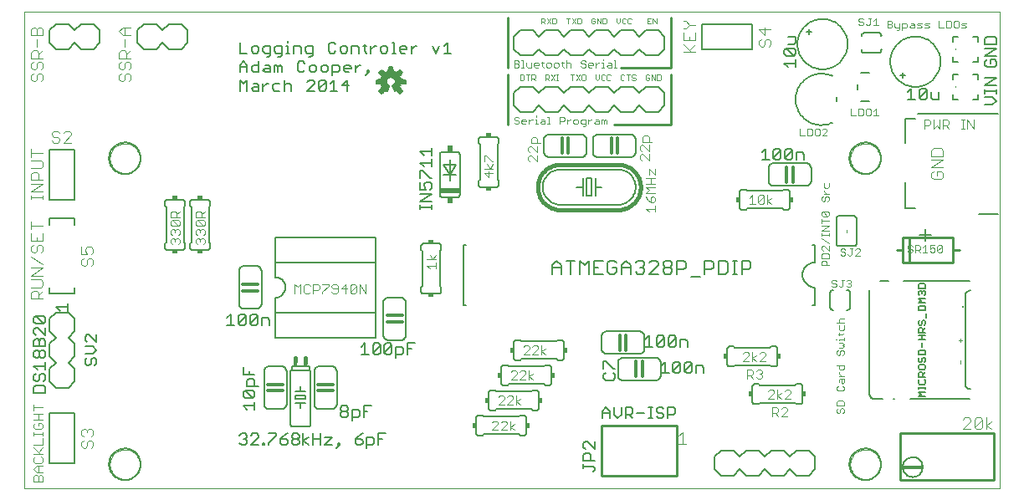
<source format=gto>
G75*
%MOIN*%
%OFA0B0*%
%FSLAX24Y24*%
%IPPOS*%
%LPD*%
%AMOC8*
5,1,8,0,0,1.08239X$1,22.5*
%
%ADD10C,0.0000*%
%ADD11C,0.0080*%
%ADD12C,0.0100*%
%ADD13C,0.0060*%
%ADD14C,0.0040*%
%ADD15C,0.0160*%
%ADD16R,0.0160X0.0230*%
%ADD17C,0.0050*%
%ADD18R,0.0800X0.0200*%
%ADD19R,0.0200X0.0250*%
%ADD20R,0.0200X0.0150*%
%ADD21C,0.0120*%
%ADD22R,0.0150X0.0200*%
%ADD23C,0.0059*%
%ADD24C,0.0030*%
%ADD25C,0.0080*%
%ADD26R,0.0748X0.0118*%
%ADD27C,0.0020*%
D10*
X000100Y000550D02*
X000100Y019546D01*
X038970Y019546D01*
X038970Y000550D01*
X000100Y000550D01*
X003509Y001500D02*
X003511Y001548D01*
X003517Y001596D01*
X003527Y001643D01*
X003540Y001689D01*
X003558Y001734D01*
X003578Y001778D01*
X003603Y001820D01*
X003631Y001859D01*
X003661Y001896D01*
X003695Y001930D01*
X003732Y001962D01*
X003770Y001991D01*
X003811Y002016D01*
X003854Y002038D01*
X003899Y002056D01*
X003945Y002070D01*
X003992Y002081D01*
X004040Y002088D01*
X004088Y002091D01*
X004136Y002090D01*
X004184Y002085D01*
X004232Y002076D01*
X004278Y002064D01*
X004323Y002047D01*
X004367Y002027D01*
X004409Y002004D01*
X004449Y001977D01*
X004487Y001947D01*
X004522Y001914D01*
X004554Y001878D01*
X004584Y001840D01*
X004610Y001799D01*
X004632Y001756D01*
X004652Y001712D01*
X004667Y001667D01*
X004679Y001620D01*
X004687Y001572D01*
X004691Y001524D01*
X004691Y001476D01*
X004687Y001428D01*
X004679Y001380D01*
X004667Y001333D01*
X004652Y001288D01*
X004632Y001244D01*
X004610Y001201D01*
X004584Y001160D01*
X004554Y001122D01*
X004522Y001086D01*
X004487Y001053D01*
X004449Y001023D01*
X004409Y000996D01*
X004367Y000973D01*
X004323Y000953D01*
X004278Y000936D01*
X004232Y000924D01*
X004184Y000915D01*
X004136Y000910D01*
X004088Y000909D01*
X004040Y000912D01*
X003992Y000919D01*
X003945Y000930D01*
X003899Y000944D01*
X003854Y000962D01*
X003811Y000984D01*
X003770Y001009D01*
X003732Y001038D01*
X003695Y001070D01*
X003661Y001104D01*
X003631Y001141D01*
X003603Y001180D01*
X003578Y001222D01*
X003558Y001266D01*
X003540Y001311D01*
X003527Y001357D01*
X003517Y001404D01*
X003511Y001452D01*
X003509Y001500D01*
X003509Y013700D02*
X003511Y013748D01*
X003517Y013796D01*
X003527Y013843D01*
X003540Y013889D01*
X003558Y013934D01*
X003578Y013978D01*
X003603Y014020D01*
X003631Y014059D01*
X003661Y014096D01*
X003695Y014130D01*
X003732Y014162D01*
X003770Y014191D01*
X003811Y014216D01*
X003854Y014238D01*
X003899Y014256D01*
X003945Y014270D01*
X003992Y014281D01*
X004040Y014288D01*
X004088Y014291D01*
X004136Y014290D01*
X004184Y014285D01*
X004232Y014276D01*
X004278Y014264D01*
X004323Y014247D01*
X004367Y014227D01*
X004409Y014204D01*
X004449Y014177D01*
X004487Y014147D01*
X004522Y014114D01*
X004554Y014078D01*
X004584Y014040D01*
X004610Y013999D01*
X004632Y013956D01*
X004652Y013912D01*
X004667Y013867D01*
X004679Y013820D01*
X004687Y013772D01*
X004691Y013724D01*
X004691Y013676D01*
X004687Y013628D01*
X004679Y013580D01*
X004667Y013533D01*
X004652Y013488D01*
X004632Y013444D01*
X004610Y013401D01*
X004584Y013360D01*
X004554Y013322D01*
X004522Y013286D01*
X004487Y013253D01*
X004449Y013223D01*
X004409Y013196D01*
X004367Y013173D01*
X004323Y013153D01*
X004278Y013136D01*
X004232Y013124D01*
X004184Y013115D01*
X004136Y013110D01*
X004088Y013109D01*
X004040Y013112D01*
X003992Y013119D01*
X003945Y013130D01*
X003899Y013144D01*
X003854Y013162D01*
X003811Y013184D01*
X003770Y013209D01*
X003732Y013238D01*
X003695Y013270D01*
X003661Y013304D01*
X003631Y013341D01*
X003603Y013380D01*
X003578Y013422D01*
X003558Y013466D01*
X003540Y013511D01*
X003527Y013557D01*
X003517Y013604D01*
X003511Y013652D01*
X003509Y013700D01*
X032850Y010823D02*
X032850Y010820D01*
X032851Y010819D01*
X032853Y010819D01*
X032854Y010820D01*
X032854Y010823D01*
X032855Y010824D01*
X032857Y010824D01*
X032858Y010823D01*
X032858Y010820D01*
X032857Y010819D01*
X032858Y010826D02*
X032853Y010826D01*
X032855Y010826D02*
X032853Y010829D01*
X032853Y010830D01*
X032854Y010832D02*
X032857Y010832D01*
X032858Y010833D01*
X032858Y010837D01*
X032853Y010837D02*
X032853Y010833D01*
X032854Y010832D01*
X032851Y010824D02*
X032850Y010823D01*
X032851Y010810D02*
X032857Y010804D01*
X032858Y010806D01*
X032858Y010808D01*
X032857Y010810D01*
X032851Y010810D01*
X032850Y010808D01*
X032850Y010806D01*
X032851Y010804D01*
X032857Y010804D01*
X032858Y010800D02*
X032850Y010800D01*
X032850Y010802D02*
X032850Y010797D01*
X032850Y010795D02*
X032858Y010795D01*
X032850Y010790D01*
X032858Y010790D01*
X032858Y010788D02*
X032858Y010785D01*
X032858Y010786D02*
X032850Y010786D01*
X032850Y010785D02*
X032850Y010788D01*
X032850Y010783D02*
X032858Y010778D01*
X032858Y010776D02*
X032858Y010771D01*
X032853Y010776D01*
X032851Y010776D01*
X032850Y010774D01*
X032850Y010772D01*
X032851Y010771D01*
X032851Y010769D02*
X032850Y010767D01*
X032850Y010763D01*
X032858Y010763D01*
X032858Y010767D01*
X032857Y010769D01*
X032851Y010769D01*
X032851Y010761D02*
X032854Y010761D01*
X032855Y010760D01*
X032855Y010756D01*
X032858Y010756D02*
X032850Y010756D01*
X032850Y010760D01*
X032851Y010761D01*
X033009Y013700D02*
X033011Y013748D01*
X033017Y013796D01*
X033027Y013843D01*
X033040Y013889D01*
X033058Y013934D01*
X033078Y013978D01*
X033103Y014020D01*
X033131Y014059D01*
X033161Y014096D01*
X033195Y014130D01*
X033232Y014162D01*
X033270Y014191D01*
X033311Y014216D01*
X033354Y014238D01*
X033399Y014256D01*
X033445Y014270D01*
X033492Y014281D01*
X033540Y014288D01*
X033588Y014291D01*
X033636Y014290D01*
X033684Y014285D01*
X033732Y014276D01*
X033778Y014264D01*
X033823Y014247D01*
X033867Y014227D01*
X033909Y014204D01*
X033949Y014177D01*
X033987Y014147D01*
X034022Y014114D01*
X034054Y014078D01*
X034084Y014040D01*
X034110Y013999D01*
X034132Y013956D01*
X034152Y013912D01*
X034167Y013867D01*
X034179Y013820D01*
X034187Y013772D01*
X034191Y013724D01*
X034191Y013676D01*
X034187Y013628D01*
X034179Y013580D01*
X034167Y013533D01*
X034152Y013488D01*
X034132Y013444D01*
X034110Y013401D01*
X034084Y013360D01*
X034054Y013322D01*
X034022Y013286D01*
X033987Y013253D01*
X033949Y013223D01*
X033909Y013196D01*
X033867Y013173D01*
X033823Y013153D01*
X033778Y013136D01*
X033732Y013124D01*
X033684Y013115D01*
X033636Y013110D01*
X033588Y013109D01*
X033540Y013112D01*
X033492Y013119D01*
X033445Y013130D01*
X033399Y013144D01*
X033354Y013162D01*
X033311Y013184D01*
X033270Y013209D01*
X033232Y013238D01*
X033195Y013270D01*
X033161Y013304D01*
X033131Y013341D01*
X033103Y013380D01*
X033078Y013422D01*
X033058Y013466D01*
X033040Y013511D01*
X033027Y013557D01*
X033017Y013604D01*
X033011Y013652D01*
X033009Y013700D01*
X037196Y016550D02*
X037203Y016550D01*
X037206Y016553D01*
X037203Y016557D01*
X037196Y016557D01*
X037196Y016559D02*
X037196Y016563D01*
X037196Y016561D02*
X037206Y016561D01*
X037206Y016559D02*
X037206Y016563D01*
X037206Y016565D02*
X037196Y016565D01*
X037206Y016572D01*
X037196Y016572D01*
X037198Y018050D02*
X037205Y018050D01*
X037206Y018052D01*
X037206Y018055D01*
X037205Y018057D01*
X037201Y018057D01*
X037201Y018053D01*
X037198Y018050D02*
X037196Y018052D01*
X037196Y018055D01*
X037198Y018057D01*
X037196Y018059D02*
X037206Y018066D01*
X037196Y018066D01*
X037196Y018068D02*
X037196Y018073D01*
X037198Y018075D01*
X037205Y018075D01*
X037206Y018073D01*
X037206Y018068D01*
X037196Y018068D01*
X037196Y018059D02*
X037206Y018059D01*
X033009Y001500D02*
X033011Y001548D01*
X033017Y001596D01*
X033027Y001643D01*
X033040Y001689D01*
X033058Y001734D01*
X033078Y001778D01*
X033103Y001820D01*
X033131Y001859D01*
X033161Y001896D01*
X033195Y001930D01*
X033232Y001962D01*
X033270Y001991D01*
X033311Y002016D01*
X033354Y002038D01*
X033399Y002056D01*
X033445Y002070D01*
X033492Y002081D01*
X033540Y002088D01*
X033588Y002091D01*
X033636Y002090D01*
X033684Y002085D01*
X033732Y002076D01*
X033778Y002064D01*
X033823Y002047D01*
X033867Y002027D01*
X033909Y002004D01*
X033949Y001977D01*
X033987Y001947D01*
X034022Y001914D01*
X034054Y001878D01*
X034084Y001840D01*
X034110Y001799D01*
X034132Y001756D01*
X034152Y001712D01*
X034167Y001667D01*
X034179Y001620D01*
X034187Y001572D01*
X034191Y001524D01*
X034191Y001476D01*
X034187Y001428D01*
X034179Y001380D01*
X034167Y001333D01*
X034152Y001288D01*
X034132Y001244D01*
X034110Y001201D01*
X034084Y001160D01*
X034054Y001122D01*
X034022Y001086D01*
X033987Y001053D01*
X033949Y001023D01*
X033909Y000996D01*
X033867Y000973D01*
X033823Y000953D01*
X033778Y000936D01*
X033732Y000924D01*
X033684Y000915D01*
X033636Y000910D01*
X033588Y000909D01*
X033540Y000912D01*
X033492Y000919D01*
X033445Y000930D01*
X033399Y000944D01*
X033354Y000962D01*
X033311Y000984D01*
X033270Y001009D01*
X033232Y001038D01*
X033195Y001070D01*
X033161Y001104D01*
X033131Y001141D01*
X033103Y001180D01*
X033078Y001222D01*
X033058Y001266D01*
X033040Y001311D01*
X033027Y001357D01*
X033017Y001404D01*
X033011Y001452D01*
X033009Y001500D01*
D11*
X032970Y001500D02*
X032972Y001550D01*
X032978Y001600D01*
X032988Y001649D01*
X033002Y001697D01*
X033019Y001744D01*
X033040Y001789D01*
X033065Y001833D01*
X033093Y001874D01*
X033125Y001913D01*
X033159Y001950D01*
X033196Y001984D01*
X033236Y002014D01*
X033278Y002041D01*
X033322Y002065D01*
X033368Y002086D01*
X033415Y002102D01*
X033463Y002115D01*
X033513Y002124D01*
X033562Y002129D01*
X033613Y002130D01*
X033663Y002127D01*
X033712Y002120D01*
X033761Y002109D01*
X033809Y002094D01*
X033855Y002076D01*
X033900Y002054D01*
X033943Y002028D01*
X033984Y001999D01*
X034023Y001967D01*
X034059Y001932D01*
X034091Y001894D01*
X034121Y001854D01*
X034148Y001811D01*
X034171Y001767D01*
X034190Y001721D01*
X034206Y001673D01*
X034218Y001624D01*
X034226Y001575D01*
X034230Y001525D01*
X034230Y001475D01*
X034226Y001425D01*
X034218Y001376D01*
X034206Y001327D01*
X034190Y001279D01*
X034171Y001233D01*
X034148Y001189D01*
X034121Y001146D01*
X034091Y001106D01*
X034059Y001068D01*
X034023Y001033D01*
X033984Y001001D01*
X033943Y000972D01*
X033900Y000946D01*
X033855Y000924D01*
X033809Y000906D01*
X033761Y000891D01*
X033712Y000880D01*
X033663Y000873D01*
X033613Y000870D01*
X033562Y000871D01*
X033513Y000876D01*
X033463Y000885D01*
X033415Y000898D01*
X033368Y000914D01*
X033322Y000935D01*
X033278Y000959D01*
X033236Y000986D01*
X033196Y001016D01*
X033159Y001050D01*
X033125Y001087D01*
X033093Y001126D01*
X033065Y001167D01*
X033040Y001211D01*
X033019Y001256D01*
X033002Y001303D01*
X032988Y001351D01*
X032978Y001400D01*
X032972Y001450D01*
X032970Y001500D01*
X032994Y007735D02*
X032994Y008365D01*
X032993Y008365D02*
X032988Y008381D01*
X032980Y008397D01*
X032970Y008411D01*
X032958Y008423D01*
X032943Y008433D01*
X032927Y008440D01*
X032910Y008444D01*
X032893Y008445D01*
X032875Y008443D01*
X032325Y008443D02*
X032305Y008445D01*
X032286Y008443D01*
X032267Y008437D01*
X032250Y008428D01*
X032234Y008416D01*
X032222Y008401D01*
X032213Y008383D01*
X032207Y008365D01*
X032206Y008365D02*
X032206Y007735D01*
X032207Y007735D02*
X032213Y007717D01*
X032222Y007699D01*
X032234Y007684D01*
X032250Y007672D01*
X032267Y007663D01*
X032286Y007657D01*
X032305Y007655D01*
X032325Y007657D01*
X032875Y007657D02*
X032893Y007655D01*
X032910Y007656D01*
X032927Y007660D01*
X032943Y007667D01*
X032958Y007677D01*
X032970Y007689D01*
X032980Y007703D01*
X032988Y007719D01*
X032993Y007735D01*
X031600Y007850D02*
X031600Y008550D01*
X031556Y008552D01*
X031513Y008558D01*
X031471Y008567D01*
X031429Y008580D01*
X031389Y008597D01*
X031350Y008617D01*
X031313Y008640D01*
X031279Y008667D01*
X031246Y008696D01*
X031217Y008729D01*
X031190Y008763D01*
X031167Y008800D01*
X031147Y008839D01*
X031130Y008879D01*
X031117Y008921D01*
X031108Y008963D01*
X031102Y009006D01*
X031100Y009050D01*
X031102Y009094D01*
X031108Y009137D01*
X031117Y009179D01*
X031130Y009221D01*
X031147Y009261D01*
X031167Y009300D01*
X031190Y009337D01*
X031217Y009371D01*
X031246Y009404D01*
X031279Y009433D01*
X031313Y009460D01*
X031350Y009483D01*
X031389Y009503D01*
X031429Y009520D01*
X031471Y009533D01*
X031513Y009542D01*
X031556Y009548D01*
X031600Y009550D01*
X031600Y010250D01*
X031500Y010250D01*
X031500Y007850D02*
X031600Y007850D01*
X038143Y011483D02*
X038880Y011483D01*
X032970Y013700D02*
X032972Y013750D01*
X032978Y013800D01*
X032988Y013849D01*
X033002Y013897D01*
X033019Y013944D01*
X033040Y013989D01*
X033065Y014033D01*
X033093Y014074D01*
X033125Y014113D01*
X033159Y014150D01*
X033196Y014184D01*
X033236Y014214D01*
X033278Y014241D01*
X033322Y014265D01*
X033368Y014286D01*
X033415Y014302D01*
X033463Y014315D01*
X033513Y014324D01*
X033562Y014329D01*
X033613Y014330D01*
X033663Y014327D01*
X033712Y014320D01*
X033761Y014309D01*
X033809Y014294D01*
X033855Y014276D01*
X033900Y014254D01*
X033943Y014228D01*
X033984Y014199D01*
X034023Y014167D01*
X034059Y014132D01*
X034091Y014094D01*
X034121Y014054D01*
X034148Y014011D01*
X034171Y013967D01*
X034190Y013921D01*
X034206Y013873D01*
X034218Y013824D01*
X034226Y013775D01*
X034230Y013725D01*
X034230Y013675D01*
X034226Y013625D01*
X034218Y013576D01*
X034206Y013527D01*
X034190Y013479D01*
X034171Y013433D01*
X034148Y013389D01*
X034121Y013346D01*
X034091Y013306D01*
X034059Y013268D01*
X034023Y013233D01*
X033984Y013201D01*
X033943Y013172D01*
X033900Y013146D01*
X033855Y013124D01*
X033809Y013106D01*
X033761Y013091D01*
X033712Y013080D01*
X033663Y013073D01*
X033613Y013070D01*
X033562Y013071D01*
X033513Y013076D01*
X033463Y013085D01*
X033415Y013098D01*
X033368Y013114D01*
X033322Y013135D01*
X033278Y013159D01*
X033236Y013186D01*
X033196Y013216D01*
X033159Y013250D01*
X033125Y013287D01*
X033093Y013326D01*
X033065Y013367D01*
X033040Y013411D01*
X033019Y013456D01*
X033002Y013503D01*
X032988Y013551D01*
X032978Y013600D01*
X032972Y013650D01*
X032970Y013700D01*
X035706Y015459D02*
X038880Y015459D01*
X033769Y015990D02*
X033431Y015990D01*
X033281Y016444D02*
X033281Y016656D01*
X033431Y017110D02*
X033769Y017110D01*
X033535Y017906D02*
X034165Y017906D01*
X034165Y017907D02*
X034181Y017912D01*
X034197Y017920D01*
X034211Y017930D01*
X034223Y017942D01*
X034233Y017957D01*
X034240Y017973D01*
X034244Y017990D01*
X034245Y018007D01*
X034243Y018025D01*
X033535Y017907D02*
X033519Y017912D01*
X033503Y017920D01*
X033489Y017930D01*
X033477Y017942D01*
X033467Y017957D01*
X033460Y017973D01*
X033456Y017990D01*
X033455Y018007D01*
X033457Y018025D01*
X033457Y018575D02*
X033455Y018593D01*
X033456Y018610D01*
X033460Y018627D01*
X033467Y018643D01*
X033477Y018658D01*
X033489Y018670D01*
X033503Y018680D01*
X033519Y018688D01*
X033535Y018693D01*
X033535Y018694D02*
X034165Y018694D01*
X034165Y018693D02*
X034181Y018688D01*
X034197Y018680D01*
X034211Y018670D01*
X034223Y018658D01*
X034233Y018643D01*
X034240Y018627D01*
X034244Y018610D01*
X034245Y018593D01*
X034243Y018575D01*
X025600Y018550D02*
X025600Y018050D01*
X025350Y017800D01*
X024850Y017800D01*
X024600Y018050D01*
X024350Y017800D01*
X023850Y017800D01*
X023600Y018050D01*
X023350Y017800D01*
X022850Y017800D01*
X022600Y018050D01*
X022350Y017800D01*
X021850Y017800D01*
X021600Y018050D01*
X021350Y017800D01*
X020850Y017800D01*
X020600Y018050D01*
X020350Y017800D01*
X019850Y017800D01*
X019600Y018050D01*
X019600Y018550D01*
X019850Y018800D01*
X020350Y018800D01*
X020600Y018550D01*
X020850Y018800D01*
X021350Y018800D01*
X021600Y018550D01*
X021850Y018800D01*
X022350Y018800D01*
X022600Y018550D01*
X022850Y018800D01*
X023350Y018800D01*
X023600Y018550D01*
X023850Y018800D01*
X024350Y018800D01*
X024600Y018550D01*
X024850Y018800D01*
X025350Y018800D01*
X025600Y018550D01*
X025350Y016550D02*
X024850Y016550D01*
X024600Y016300D01*
X024350Y016550D01*
X023850Y016550D01*
X023600Y016300D01*
X023350Y016550D01*
X022850Y016550D01*
X022600Y016300D01*
X022350Y016550D01*
X021850Y016550D01*
X021600Y016300D01*
X021350Y016550D01*
X020850Y016550D01*
X020600Y016300D01*
X020350Y016550D01*
X019850Y016550D01*
X019600Y016300D01*
X019600Y015800D01*
X019850Y015550D01*
X020350Y015550D01*
X020600Y015800D01*
X020850Y015550D01*
X021350Y015550D01*
X021600Y015800D01*
X021850Y015550D01*
X022350Y015550D01*
X022600Y015800D01*
X022850Y015550D01*
X023350Y015550D01*
X023600Y015800D01*
X023850Y015550D01*
X024350Y015550D01*
X024600Y015800D01*
X024850Y015550D01*
X025350Y015550D01*
X025600Y015800D01*
X025600Y016300D01*
X025350Y016550D01*
X017104Y017890D02*
X016824Y017890D01*
X016964Y017890D02*
X016964Y018310D01*
X016824Y018170D01*
X016643Y018170D02*
X016503Y017890D01*
X016363Y018170D01*
X015729Y018170D02*
X015659Y018170D01*
X015519Y018030D01*
X015519Y017890D02*
X015519Y018170D01*
X015339Y018100D02*
X015339Y018030D01*
X015059Y018030D01*
X015059Y017960D02*
X015059Y018100D01*
X015129Y018170D01*
X015269Y018170D01*
X015339Y018100D01*
X015269Y017890D02*
X015129Y017890D01*
X015059Y017960D01*
X014892Y017890D02*
X014752Y017890D01*
X014822Y017890D02*
X014822Y018310D01*
X014752Y018310D01*
X014572Y018100D02*
X014502Y018170D01*
X014361Y018170D01*
X014291Y018100D01*
X014291Y017960D01*
X014361Y017890D01*
X014502Y017890D01*
X014572Y017960D01*
X014572Y018100D01*
X014118Y018170D02*
X014048Y018170D01*
X013908Y018030D01*
X013908Y017890D02*
X013908Y018170D01*
X013741Y018170D02*
X013601Y018170D01*
X013671Y018240D02*
X013671Y017960D01*
X013741Y017890D01*
X013421Y017890D02*
X013421Y018100D01*
X013351Y018170D01*
X013140Y018170D01*
X013140Y017890D01*
X012960Y017960D02*
X012960Y018100D01*
X012890Y018170D01*
X012750Y018170D01*
X012680Y018100D01*
X012680Y017960D01*
X012750Y017890D01*
X012890Y017890D01*
X012960Y017960D01*
X012500Y017960D02*
X012430Y017890D01*
X012290Y017890D01*
X012220Y017960D01*
X012220Y018240D01*
X012290Y018310D01*
X012430Y018310D01*
X012500Y018240D01*
X011579Y018170D02*
X011579Y017820D01*
X011509Y017750D01*
X011439Y017750D01*
X011369Y017890D02*
X011579Y017890D01*
X011369Y017890D02*
X011299Y017960D01*
X011299Y018100D01*
X011369Y018170D01*
X011579Y018170D01*
X011119Y018100D02*
X011119Y017890D01*
X011119Y018100D02*
X011049Y018170D01*
X010838Y018170D01*
X010838Y017890D01*
X010672Y017890D02*
X010532Y017890D01*
X010602Y017890D02*
X010602Y018170D01*
X010532Y018170D01*
X010602Y018310D02*
X010602Y018380D01*
X010351Y018170D02*
X010141Y018170D01*
X010071Y018100D01*
X010071Y017960D01*
X010141Y017890D01*
X010351Y017890D01*
X010351Y017820D02*
X010351Y018170D01*
X009891Y018170D02*
X009681Y018170D01*
X009611Y018100D01*
X009611Y017960D01*
X009681Y017890D01*
X009891Y017890D01*
X009891Y017820D02*
X009891Y018170D01*
X009431Y018100D02*
X009361Y018170D01*
X009220Y018170D01*
X009150Y018100D01*
X009150Y017960D01*
X009220Y017890D01*
X009361Y017890D01*
X009431Y017960D01*
X009431Y018100D01*
X009751Y017750D02*
X009821Y017750D01*
X009891Y017820D01*
X010211Y017750D02*
X010281Y017750D01*
X010351Y017820D01*
X010281Y017420D02*
X010351Y017350D01*
X010351Y017140D01*
X010211Y017140D02*
X010211Y017350D01*
X010281Y017420D01*
X010211Y017350D02*
X010141Y017420D01*
X010071Y017420D01*
X010071Y017140D01*
X009891Y017140D02*
X009891Y017350D01*
X009821Y017420D01*
X009681Y017420D01*
X009681Y017280D02*
X009891Y017280D01*
X009891Y017140D02*
X009681Y017140D01*
X009611Y017210D01*
X009681Y017280D01*
X009431Y017140D02*
X009220Y017140D01*
X009150Y017210D01*
X009150Y017350D01*
X009220Y017420D01*
X009431Y017420D01*
X009431Y017560D02*
X009431Y017140D01*
X008970Y017140D02*
X008970Y017420D01*
X008830Y017560D01*
X008690Y017420D01*
X008690Y017140D01*
X008690Y017350D02*
X008970Y017350D01*
X008970Y017890D02*
X008690Y017890D01*
X008690Y018310D01*
X006600Y018300D02*
X006350Y018050D01*
X005850Y018050D01*
X005600Y018300D01*
X005350Y018050D01*
X004850Y018050D01*
X004600Y018300D01*
X004600Y018800D01*
X004850Y019050D01*
X005350Y019050D01*
X005600Y018800D01*
X005850Y019050D01*
X006350Y019050D01*
X006600Y018800D01*
X006600Y018300D01*
X008690Y016810D02*
X008830Y016670D01*
X008970Y016810D01*
X008970Y016390D01*
X009150Y016460D02*
X009220Y016530D01*
X009431Y016530D01*
X009431Y016600D02*
X009431Y016390D01*
X009220Y016390D01*
X009150Y016460D01*
X009220Y016670D02*
X009361Y016670D01*
X009431Y016600D01*
X009611Y016530D02*
X009751Y016670D01*
X009821Y016670D01*
X009994Y016600D02*
X009994Y016460D01*
X010065Y016390D01*
X010275Y016390D01*
X010455Y016390D02*
X010455Y016810D01*
X010525Y016670D02*
X010665Y016670D01*
X010735Y016600D01*
X010735Y016390D01*
X010455Y016600D02*
X010525Y016670D01*
X010275Y016670D02*
X010065Y016670D01*
X009994Y016600D01*
X009611Y016670D02*
X009611Y016390D01*
X008690Y016390D02*
X008690Y016810D01*
X010992Y017210D02*
X011062Y017140D01*
X011202Y017140D01*
X011272Y017210D01*
X011452Y017210D02*
X011522Y017140D01*
X011663Y017140D01*
X011733Y017210D01*
X011733Y017350D01*
X011663Y017420D01*
X011522Y017420D01*
X011452Y017350D01*
X011452Y017210D01*
X011272Y017490D02*
X011202Y017560D01*
X011062Y017560D01*
X010992Y017490D01*
X010992Y017210D01*
X011446Y016810D02*
X011376Y016740D01*
X011446Y016810D02*
X011586Y016810D01*
X011656Y016740D01*
X011656Y016670D01*
X011376Y016390D01*
X011656Y016390D01*
X011836Y016460D02*
X012116Y016740D01*
X012116Y016460D01*
X012046Y016390D01*
X011906Y016390D01*
X011836Y016460D01*
X011836Y016740D01*
X011906Y016810D01*
X012046Y016810D01*
X012116Y016740D01*
X012296Y016670D02*
X012437Y016810D01*
X012437Y016390D01*
X012577Y016390D02*
X012296Y016390D01*
X012757Y016600D02*
X013037Y016600D01*
X012967Y016390D02*
X012967Y016810D01*
X012757Y016600D01*
X012373Y017000D02*
X012373Y017420D01*
X012583Y017420D01*
X012653Y017350D01*
X012653Y017210D01*
X012583Y017140D01*
X012373Y017140D01*
X012193Y017210D02*
X012193Y017350D01*
X012123Y017420D01*
X011983Y017420D01*
X011913Y017350D01*
X011913Y017210D01*
X011983Y017140D01*
X012123Y017140D01*
X012193Y017210D01*
X012834Y017210D02*
X012834Y017350D01*
X012904Y017420D01*
X013044Y017420D01*
X013114Y017350D01*
X013114Y017280D01*
X012834Y017280D01*
X012834Y017210D02*
X012904Y017140D01*
X013044Y017140D01*
X013294Y017140D02*
X013294Y017420D01*
X013294Y017280D02*
X013434Y017420D01*
X013504Y017420D01*
X013748Y017210D02*
X013748Y017140D01*
X013818Y017140D01*
X013818Y017210D01*
X013748Y017210D01*
X013818Y017140D02*
X013678Y017000D01*
X003470Y013700D02*
X003472Y013750D01*
X003478Y013800D01*
X003488Y013849D01*
X003502Y013897D01*
X003519Y013944D01*
X003540Y013989D01*
X003565Y014033D01*
X003593Y014074D01*
X003625Y014113D01*
X003659Y014150D01*
X003696Y014184D01*
X003736Y014214D01*
X003778Y014241D01*
X003822Y014265D01*
X003868Y014286D01*
X003915Y014302D01*
X003963Y014315D01*
X004013Y014324D01*
X004062Y014329D01*
X004113Y014330D01*
X004163Y014327D01*
X004212Y014320D01*
X004261Y014309D01*
X004309Y014294D01*
X004355Y014276D01*
X004400Y014254D01*
X004443Y014228D01*
X004484Y014199D01*
X004523Y014167D01*
X004559Y014132D01*
X004591Y014094D01*
X004621Y014054D01*
X004648Y014011D01*
X004671Y013967D01*
X004690Y013921D01*
X004706Y013873D01*
X004718Y013824D01*
X004726Y013775D01*
X004730Y013725D01*
X004730Y013675D01*
X004726Y013625D01*
X004718Y013576D01*
X004706Y013527D01*
X004690Y013479D01*
X004671Y013433D01*
X004648Y013389D01*
X004621Y013346D01*
X004591Y013306D01*
X004559Y013268D01*
X004523Y013233D01*
X004484Y013201D01*
X004443Y013172D01*
X004400Y013146D01*
X004355Y013124D01*
X004309Y013106D01*
X004261Y013091D01*
X004212Y013080D01*
X004163Y013073D01*
X004113Y013070D01*
X004062Y013071D01*
X004013Y013076D01*
X003963Y013085D01*
X003915Y013098D01*
X003868Y013114D01*
X003822Y013135D01*
X003778Y013159D01*
X003736Y013186D01*
X003696Y013216D01*
X003659Y013250D01*
X003625Y013287D01*
X003593Y013326D01*
X003565Y013367D01*
X003540Y013411D01*
X003519Y013456D01*
X003502Y013503D01*
X003488Y013551D01*
X003478Y013600D01*
X003472Y013650D01*
X003470Y013700D01*
X010100Y009550D02*
X010100Y008950D01*
X017600Y007850D02*
X017700Y007850D01*
X017600Y007850D02*
X017600Y010250D01*
X017700Y010250D01*
X003100Y018300D02*
X002850Y018050D01*
X002350Y018050D01*
X002100Y018300D01*
X001850Y018050D01*
X001350Y018050D01*
X001100Y018300D01*
X001100Y018800D01*
X001350Y019050D01*
X001850Y019050D01*
X002100Y018800D01*
X002350Y019050D01*
X002850Y019050D01*
X003100Y018800D01*
X003100Y018300D01*
X003470Y001500D02*
X003472Y001550D01*
X003478Y001600D01*
X003488Y001649D01*
X003502Y001697D01*
X003519Y001744D01*
X003540Y001789D01*
X003565Y001833D01*
X003593Y001874D01*
X003625Y001913D01*
X003659Y001950D01*
X003696Y001984D01*
X003736Y002014D01*
X003778Y002041D01*
X003822Y002065D01*
X003868Y002086D01*
X003915Y002102D01*
X003963Y002115D01*
X004013Y002124D01*
X004062Y002129D01*
X004113Y002130D01*
X004163Y002127D01*
X004212Y002120D01*
X004261Y002109D01*
X004309Y002094D01*
X004355Y002076D01*
X004400Y002054D01*
X004443Y002028D01*
X004484Y001999D01*
X004523Y001967D01*
X004559Y001932D01*
X004591Y001894D01*
X004621Y001854D01*
X004648Y001811D01*
X004671Y001767D01*
X004690Y001721D01*
X004706Y001673D01*
X004718Y001624D01*
X004726Y001575D01*
X004730Y001525D01*
X004730Y001475D01*
X004726Y001425D01*
X004718Y001376D01*
X004706Y001327D01*
X004690Y001279D01*
X004671Y001233D01*
X004648Y001189D01*
X004621Y001146D01*
X004591Y001106D01*
X004559Y001068D01*
X004523Y001033D01*
X004484Y001001D01*
X004443Y000972D01*
X004400Y000946D01*
X004355Y000924D01*
X004309Y000906D01*
X004261Y000891D01*
X004212Y000880D01*
X004163Y000873D01*
X004113Y000870D01*
X004062Y000871D01*
X004013Y000876D01*
X003963Y000885D01*
X003915Y000898D01*
X003868Y000914D01*
X003822Y000935D01*
X003778Y000959D01*
X003736Y000986D01*
X003696Y001016D01*
X003659Y001050D01*
X003625Y001087D01*
X003593Y001126D01*
X003565Y001167D01*
X003540Y001211D01*
X003519Y001256D01*
X003502Y001303D01*
X003488Y001351D01*
X003478Y001400D01*
X003472Y001450D01*
X003470Y001500D01*
D12*
X023100Y001050D02*
X023100Y003050D01*
X026100Y003050D01*
X026100Y001050D01*
X023100Y001050D01*
X034980Y000875D02*
X038720Y000875D01*
X038720Y002725D01*
X034980Y002725D01*
X034980Y000875D01*
X035100Y009550D02*
X035100Y010050D01*
X034850Y010050D01*
X035100Y010050D02*
X035100Y010550D01*
X035350Y010550D01*
X035350Y009550D01*
X037100Y009550D01*
X037100Y010050D01*
X037350Y010050D01*
X037100Y010050D02*
X037100Y010550D01*
X035350Y010550D01*
X035350Y009550D02*
X035100Y009550D01*
X025850Y015050D02*
X023600Y015050D01*
X025850Y015050D02*
X025850Y017050D01*
X025850Y017300D02*
X025850Y019300D01*
X025850Y017300D02*
X023850Y017300D01*
X019350Y017300D02*
X019350Y019300D01*
X019350Y017050D02*
X019350Y015050D01*
D13*
X018900Y014550D02*
X018300Y014550D01*
X018283Y014548D01*
X018266Y014544D01*
X018250Y014537D01*
X018236Y014527D01*
X018223Y014514D01*
X018213Y014500D01*
X018206Y014484D01*
X018202Y014467D01*
X018200Y014450D01*
X018200Y014300D01*
X018250Y014250D01*
X018250Y012850D01*
X018200Y012800D01*
X018200Y012650D01*
X018202Y012633D01*
X018206Y012616D01*
X018213Y012600D01*
X018223Y012586D01*
X018236Y012573D01*
X018250Y012563D01*
X018266Y012556D01*
X018283Y012552D01*
X018300Y012550D01*
X018900Y012550D01*
X018917Y012552D01*
X018934Y012556D01*
X018950Y012563D01*
X018964Y012573D01*
X018977Y012586D01*
X018987Y012600D01*
X018994Y012616D01*
X018998Y012633D01*
X019000Y012650D01*
X019000Y012800D01*
X018950Y012850D01*
X018950Y014250D01*
X019000Y014300D01*
X019000Y014450D01*
X018998Y014467D01*
X018994Y014484D01*
X018987Y014500D01*
X018977Y014514D01*
X018964Y014527D01*
X018950Y014537D01*
X018934Y014544D01*
X018917Y014548D01*
X018900Y014550D01*
X017450Y013850D02*
X017450Y012250D01*
X017448Y012233D01*
X017444Y012216D01*
X017437Y012200D01*
X017427Y012186D01*
X017414Y012173D01*
X017400Y012163D01*
X017384Y012156D01*
X017367Y012152D01*
X017350Y012150D01*
X016750Y012150D01*
X016733Y012152D01*
X016716Y012156D01*
X016700Y012163D01*
X016686Y012173D01*
X016673Y012186D01*
X016663Y012200D01*
X016656Y012216D01*
X016652Y012233D01*
X016650Y012250D01*
X016650Y013850D01*
X016652Y013867D01*
X016656Y013884D01*
X016663Y013900D01*
X016673Y013914D01*
X016686Y013927D01*
X016700Y013937D01*
X016716Y013944D01*
X016733Y013948D01*
X016750Y013950D01*
X017350Y013950D01*
X017367Y013948D01*
X017384Y013944D01*
X017400Y013937D01*
X017414Y013927D01*
X017427Y013914D01*
X017437Y013900D01*
X017444Y013884D01*
X017448Y013867D01*
X017450Y013850D01*
X017050Y013650D02*
X017050Y013050D01*
X017300Y013050D01*
X017050Y013050D02*
X017050Y012800D01*
X017050Y013050D02*
X016800Y013050D01*
X017050Y013050D02*
X016800Y013450D01*
X017300Y013450D01*
X017050Y013050D01*
X020800Y013950D02*
X020800Y014450D01*
X020802Y014476D01*
X020807Y014502D01*
X020815Y014527D01*
X020827Y014550D01*
X020841Y014572D01*
X020859Y014591D01*
X020878Y014609D01*
X020900Y014623D01*
X020923Y014635D01*
X020948Y014643D01*
X020974Y014648D01*
X021000Y014650D01*
X022300Y014650D01*
X022326Y014648D01*
X022352Y014643D01*
X022377Y014635D01*
X022400Y014623D01*
X022422Y014609D01*
X022441Y014591D01*
X022459Y014572D01*
X022473Y014550D01*
X022485Y014527D01*
X022493Y014502D01*
X022498Y014476D01*
X022500Y014450D01*
X022500Y013950D01*
X022498Y013924D01*
X022493Y013898D01*
X022485Y013873D01*
X022473Y013850D01*
X022459Y013828D01*
X022441Y013809D01*
X022422Y013791D01*
X022400Y013777D01*
X022377Y013765D01*
X022352Y013757D01*
X022326Y013752D01*
X022300Y013750D01*
X021000Y013750D01*
X020974Y013752D01*
X020948Y013757D01*
X020923Y013765D01*
X020900Y013777D01*
X020878Y013791D01*
X020859Y013809D01*
X020841Y013828D01*
X020827Y013850D01*
X020815Y013873D01*
X020807Y013898D01*
X020802Y013924D01*
X020800Y013950D01*
X021450Y013250D02*
X023750Y013250D01*
X024250Y013750D02*
X022950Y013750D01*
X022924Y013752D01*
X022898Y013757D01*
X022873Y013765D01*
X022850Y013777D01*
X022828Y013791D01*
X022809Y013809D01*
X022791Y013828D01*
X022777Y013850D01*
X022765Y013873D01*
X022757Y013898D01*
X022752Y013924D01*
X022750Y013950D01*
X022750Y014450D01*
X022752Y014476D01*
X022757Y014502D01*
X022765Y014527D01*
X022777Y014550D01*
X022791Y014572D01*
X022809Y014591D01*
X022828Y014609D01*
X022850Y014623D01*
X022873Y014635D01*
X022898Y014643D01*
X022924Y014648D01*
X022950Y014650D01*
X024250Y014650D01*
X024276Y014648D01*
X024302Y014643D01*
X024327Y014635D01*
X024350Y014623D01*
X024372Y014609D01*
X024391Y014591D01*
X024409Y014572D01*
X024423Y014550D01*
X024435Y014527D01*
X024443Y014502D01*
X024448Y014476D01*
X024450Y014450D01*
X024450Y013950D01*
X024448Y013924D01*
X024443Y013898D01*
X024435Y013873D01*
X024423Y013850D01*
X024409Y013828D01*
X024391Y013809D01*
X024372Y013791D01*
X024350Y013777D01*
X024327Y013765D01*
X024302Y013757D01*
X024276Y013752D01*
X024250Y013750D01*
X022850Y012900D02*
X022850Y012550D01*
X023100Y012550D01*
X022850Y012550D02*
X022850Y012200D01*
X022700Y012200D02*
X022500Y012200D01*
X022500Y012900D01*
X022700Y012900D01*
X022700Y012200D01*
X022350Y012200D02*
X022350Y012550D01*
X022100Y012550D01*
X022350Y012550D02*
X022350Y012900D01*
X021450Y013250D02*
X021399Y013248D01*
X021348Y013243D01*
X021298Y013233D01*
X021248Y013220D01*
X021200Y013204D01*
X021153Y013184D01*
X021107Y013160D01*
X021064Y013134D01*
X021022Y013104D01*
X020983Y013071D01*
X020946Y013036D01*
X020912Y012998D01*
X020881Y012957D01*
X020852Y012915D01*
X020827Y012870D01*
X020806Y012824D01*
X020787Y012776D01*
X020773Y012727D01*
X020762Y012677D01*
X020754Y012627D01*
X020750Y012576D01*
X020750Y012524D01*
X020754Y012473D01*
X020762Y012423D01*
X020773Y012373D01*
X020787Y012324D01*
X020806Y012276D01*
X020827Y012230D01*
X020852Y012185D01*
X020881Y012143D01*
X020912Y012102D01*
X020946Y012064D01*
X020983Y012029D01*
X021022Y011996D01*
X021064Y011966D01*
X021107Y011940D01*
X021153Y011916D01*
X021200Y011896D01*
X021248Y011880D01*
X021298Y011867D01*
X021348Y011857D01*
X021399Y011852D01*
X021450Y011850D01*
X023750Y011850D01*
X023801Y011852D01*
X023852Y011857D01*
X023902Y011867D01*
X023952Y011880D01*
X024000Y011896D01*
X024047Y011916D01*
X024093Y011940D01*
X024136Y011966D01*
X024178Y011996D01*
X024217Y012029D01*
X024254Y012064D01*
X024288Y012102D01*
X024319Y012143D01*
X024348Y012185D01*
X024373Y012230D01*
X024394Y012276D01*
X024413Y012324D01*
X024427Y012373D01*
X024438Y012423D01*
X024446Y012473D01*
X024450Y012524D01*
X024450Y012576D01*
X024446Y012627D01*
X024438Y012677D01*
X024427Y012727D01*
X024413Y012776D01*
X024394Y012824D01*
X024373Y012870D01*
X024348Y012915D01*
X024319Y012957D01*
X024288Y012998D01*
X024254Y013036D01*
X024217Y013071D01*
X024178Y013104D01*
X024136Y013134D01*
X024093Y013160D01*
X024047Y013184D01*
X024000Y013204D01*
X023952Y013220D01*
X023902Y013233D01*
X023852Y013243D01*
X023801Y013248D01*
X023750Y013250D01*
X028600Y012350D02*
X028600Y011750D01*
X028602Y011733D01*
X028606Y011716D01*
X028613Y011700D01*
X028623Y011686D01*
X028636Y011673D01*
X028650Y011663D01*
X028666Y011656D01*
X028683Y011652D01*
X028700Y011650D01*
X028850Y011650D01*
X028900Y011700D01*
X030300Y011700D01*
X030350Y011650D01*
X030500Y011650D01*
X030517Y011652D01*
X030534Y011656D01*
X030550Y011663D01*
X030564Y011673D01*
X030577Y011686D01*
X030587Y011700D01*
X030594Y011716D01*
X030598Y011733D01*
X030600Y011750D01*
X030600Y012350D01*
X030598Y012367D01*
X030594Y012384D01*
X030587Y012400D01*
X030577Y012414D01*
X030564Y012427D01*
X030550Y012437D01*
X030534Y012444D01*
X030517Y012448D01*
X030500Y012450D01*
X030350Y012450D01*
X030300Y012400D01*
X028900Y012400D01*
X028850Y012450D01*
X028700Y012450D01*
X028683Y012448D01*
X028666Y012444D01*
X028650Y012437D01*
X028636Y012427D01*
X028623Y012414D01*
X028613Y012400D01*
X028606Y012384D01*
X028602Y012367D01*
X028600Y012350D01*
X029750Y012800D02*
X029750Y013300D01*
X029752Y013326D01*
X029757Y013352D01*
X029765Y013377D01*
X029777Y013400D01*
X029791Y013422D01*
X029809Y013441D01*
X029828Y013459D01*
X029850Y013473D01*
X029873Y013485D01*
X029898Y013493D01*
X029924Y013498D01*
X029950Y013500D01*
X031250Y013500D01*
X031276Y013498D01*
X031302Y013493D01*
X031327Y013485D01*
X031350Y013473D01*
X031372Y013459D01*
X031391Y013441D01*
X031409Y013422D01*
X031423Y013400D01*
X031435Y013377D01*
X031443Y013352D01*
X031448Y013326D01*
X031450Y013300D01*
X031450Y012800D01*
X031448Y012774D01*
X031443Y012748D01*
X031435Y012723D01*
X031423Y012700D01*
X031409Y012678D01*
X031391Y012659D01*
X031372Y012641D01*
X031350Y012627D01*
X031327Y012615D01*
X031302Y012607D01*
X031276Y012602D01*
X031250Y012600D01*
X029950Y012600D01*
X029924Y012602D01*
X029898Y012607D01*
X029873Y012615D01*
X029850Y012627D01*
X029828Y012641D01*
X029809Y012659D01*
X029791Y012678D01*
X029777Y012700D01*
X029765Y012723D01*
X029757Y012748D01*
X029752Y012774D01*
X029750Y012800D01*
X032450Y011300D02*
X032450Y010300D01*
X032452Y010283D01*
X032456Y010266D01*
X032463Y010250D01*
X032473Y010236D01*
X032486Y010223D01*
X032500Y010213D01*
X032516Y010206D01*
X032533Y010202D01*
X032550Y010200D01*
X033150Y010200D01*
X033167Y010202D01*
X033184Y010206D01*
X033200Y010213D01*
X033214Y010223D01*
X033227Y010236D01*
X033237Y010250D01*
X033244Y010266D01*
X033248Y010283D01*
X033250Y010300D01*
X033250Y011300D01*
X033248Y011317D01*
X033244Y011334D01*
X033237Y011350D01*
X033227Y011364D01*
X033214Y011377D01*
X033200Y011387D01*
X033184Y011394D01*
X033167Y011398D01*
X033150Y011400D01*
X032550Y011400D01*
X032533Y011398D01*
X032516Y011394D01*
X032500Y011387D01*
X032486Y011377D01*
X032473Y011364D01*
X032463Y011350D01*
X032456Y011334D01*
X032452Y011317D01*
X032450Y011300D01*
X035762Y010632D02*
X036229Y010632D01*
X035995Y010399D02*
X035995Y010866D01*
X029041Y009530D02*
X029041Y009350D01*
X028951Y009260D01*
X028680Y009260D01*
X028680Y009080D02*
X028680Y009620D01*
X028951Y009620D01*
X029041Y009530D01*
X028492Y009620D02*
X028312Y009620D01*
X028402Y009620D02*
X028402Y009080D01*
X028312Y009080D02*
X028492Y009080D01*
X028120Y009170D02*
X028120Y009530D01*
X028030Y009620D01*
X027760Y009620D01*
X027760Y009080D01*
X028030Y009080D01*
X028120Y009170D01*
X027567Y009350D02*
X027477Y009260D01*
X027207Y009260D01*
X027207Y009080D02*
X027207Y009620D01*
X027477Y009620D01*
X027567Y009530D01*
X027567Y009350D01*
X027015Y008990D02*
X026655Y008990D01*
X026372Y009260D02*
X026102Y009260D01*
X026102Y009080D02*
X026102Y009620D01*
X026372Y009620D01*
X026463Y009530D01*
X026463Y009350D01*
X026372Y009260D01*
X025910Y009260D02*
X025910Y009170D01*
X025820Y009080D01*
X025640Y009080D01*
X025550Y009170D01*
X025550Y009260D01*
X025640Y009350D01*
X025820Y009350D01*
X025910Y009260D01*
X025820Y009350D02*
X025910Y009440D01*
X025910Y009530D01*
X025820Y009620D01*
X025640Y009620D01*
X025550Y009530D01*
X025550Y009440D01*
X025640Y009350D01*
X025358Y009440D02*
X024997Y009080D01*
X025358Y009080D01*
X025358Y009440D02*
X025358Y009530D01*
X025268Y009620D01*
X025087Y009620D01*
X024997Y009530D01*
X024805Y009530D02*
X024805Y009440D01*
X024715Y009350D01*
X024805Y009260D01*
X024805Y009170D01*
X024715Y009080D01*
X024535Y009080D01*
X024445Y009170D01*
X024253Y009080D02*
X024253Y009440D01*
X024073Y009620D01*
X023892Y009440D01*
X023892Y009080D01*
X023700Y009170D02*
X023700Y009350D01*
X023520Y009350D01*
X023340Y009170D02*
X023430Y009080D01*
X023610Y009080D01*
X023700Y009170D01*
X023892Y009350D02*
X024253Y009350D01*
X024445Y009530D02*
X024535Y009620D01*
X024715Y009620D01*
X024805Y009530D01*
X024715Y009350D02*
X024625Y009350D01*
X023700Y009530D02*
X023610Y009620D01*
X023430Y009620D01*
X023340Y009530D01*
X023340Y009170D01*
X023148Y009080D02*
X022787Y009080D01*
X022787Y009620D01*
X023148Y009620D01*
X022968Y009350D02*
X022787Y009350D01*
X022595Y009620D02*
X022595Y009080D01*
X022235Y009080D02*
X022235Y009620D01*
X022415Y009440D01*
X022595Y009620D01*
X022043Y009620D02*
X021682Y009620D01*
X021863Y009620D02*
X021863Y009080D01*
X021490Y009080D02*
X021490Y009440D01*
X021310Y009620D01*
X021130Y009440D01*
X021130Y009080D01*
X021130Y009350D02*
X021490Y009350D01*
X016700Y010050D02*
X016650Y010000D01*
X016650Y008600D01*
X016700Y008550D01*
X016700Y008400D01*
X016698Y008383D01*
X016694Y008366D01*
X016687Y008350D01*
X016677Y008336D01*
X016664Y008323D01*
X016650Y008313D01*
X016634Y008306D01*
X016617Y008302D01*
X016600Y008300D01*
X016000Y008300D01*
X015983Y008302D01*
X015966Y008306D01*
X015950Y008313D01*
X015936Y008323D01*
X015923Y008336D01*
X015913Y008350D01*
X015906Y008366D01*
X015902Y008383D01*
X015900Y008400D01*
X015900Y008550D01*
X015950Y008600D01*
X015950Y010000D01*
X015900Y010050D01*
X015900Y010200D01*
X015902Y010217D01*
X015906Y010234D01*
X015913Y010250D01*
X015923Y010264D01*
X015936Y010277D01*
X015950Y010287D01*
X015966Y010294D01*
X015983Y010298D01*
X016000Y010300D01*
X016600Y010300D01*
X016617Y010298D01*
X016634Y010294D01*
X016650Y010287D01*
X016664Y010277D01*
X016677Y010264D01*
X016687Y010250D01*
X016694Y010234D01*
X016698Y010217D01*
X016700Y010200D01*
X016700Y010050D01*
X014100Y009550D02*
X014100Y007550D01*
X014100Y006550D01*
X010100Y006550D01*
X010100Y007550D01*
X010100Y008150D01*
X010139Y008152D01*
X010178Y008158D01*
X010216Y008167D01*
X010253Y008180D01*
X010289Y008197D01*
X010322Y008217D01*
X010354Y008241D01*
X010383Y008267D01*
X010409Y008296D01*
X010433Y008328D01*
X010453Y008361D01*
X010470Y008397D01*
X010483Y008434D01*
X010492Y008472D01*
X010498Y008511D01*
X010500Y008550D01*
X010498Y008589D01*
X010492Y008628D01*
X010483Y008666D01*
X010470Y008703D01*
X010453Y008739D01*
X010433Y008772D01*
X010409Y008804D01*
X010383Y008833D01*
X010354Y008859D01*
X010322Y008883D01*
X010289Y008903D01*
X010253Y008920D01*
X010216Y008933D01*
X010178Y008942D01*
X010139Y008948D01*
X010100Y008950D01*
X009550Y009200D02*
X009550Y007900D01*
X009548Y007874D01*
X009543Y007848D01*
X009535Y007823D01*
X009523Y007800D01*
X009509Y007778D01*
X009491Y007759D01*
X009472Y007741D01*
X009450Y007727D01*
X009427Y007715D01*
X009402Y007707D01*
X009376Y007702D01*
X009350Y007700D01*
X008850Y007700D01*
X008824Y007702D01*
X008798Y007707D01*
X008773Y007715D01*
X008750Y007727D01*
X008728Y007741D01*
X008709Y007759D01*
X008691Y007778D01*
X008677Y007800D01*
X008665Y007823D01*
X008657Y007848D01*
X008652Y007874D01*
X008650Y007900D01*
X008650Y009200D01*
X008652Y009226D01*
X008657Y009252D01*
X008665Y009277D01*
X008677Y009300D01*
X008691Y009322D01*
X008709Y009341D01*
X008728Y009359D01*
X008750Y009373D01*
X008773Y009385D01*
X008798Y009393D01*
X008824Y009398D01*
X008850Y009400D01*
X009350Y009400D01*
X009376Y009398D01*
X009402Y009393D01*
X009427Y009385D01*
X009450Y009373D01*
X009472Y009359D01*
X009491Y009341D01*
X009509Y009322D01*
X009523Y009300D01*
X009535Y009277D01*
X009543Y009252D01*
X009548Y009226D01*
X009550Y009200D01*
X010100Y009550D02*
X014100Y009550D01*
X014100Y010550D01*
X010100Y010550D01*
X010100Y009550D01*
X007500Y010150D02*
X007500Y010300D01*
X007450Y010350D01*
X007450Y011750D01*
X007500Y011800D01*
X007500Y011950D01*
X007498Y011967D01*
X007494Y011984D01*
X007487Y012000D01*
X007477Y012014D01*
X007464Y012027D01*
X007450Y012037D01*
X007434Y012044D01*
X007417Y012048D01*
X007400Y012050D01*
X006800Y012050D01*
X006783Y012048D01*
X006766Y012044D01*
X006750Y012037D01*
X006736Y012027D01*
X006723Y012014D01*
X006713Y012000D01*
X006706Y011984D01*
X006702Y011967D01*
X006700Y011950D01*
X006700Y011800D01*
X006750Y011750D01*
X006750Y010350D01*
X006700Y010300D01*
X006700Y010150D01*
X006702Y010133D01*
X006706Y010116D01*
X006713Y010100D01*
X006723Y010086D01*
X006736Y010073D01*
X006750Y010063D01*
X006766Y010056D01*
X006783Y010052D01*
X006800Y010050D01*
X007400Y010050D01*
X007417Y010052D01*
X007434Y010056D01*
X007450Y010063D01*
X007464Y010073D01*
X007477Y010086D01*
X007487Y010100D01*
X007494Y010116D01*
X007498Y010133D01*
X007500Y010150D01*
X006500Y010150D02*
X006500Y010300D01*
X006450Y010350D01*
X006450Y011750D01*
X006500Y011800D01*
X006500Y011950D01*
X006498Y011967D01*
X006494Y011984D01*
X006487Y012000D01*
X006477Y012014D01*
X006464Y012027D01*
X006450Y012037D01*
X006434Y012044D01*
X006417Y012048D01*
X006400Y012050D01*
X005800Y012050D01*
X005783Y012048D01*
X005766Y012044D01*
X005750Y012037D01*
X005736Y012027D01*
X005723Y012014D01*
X005713Y012000D01*
X005706Y011984D01*
X005702Y011967D01*
X005700Y011950D01*
X005700Y011800D01*
X005750Y011750D01*
X005750Y010350D01*
X005700Y010300D01*
X005700Y010150D01*
X005702Y010133D01*
X005706Y010116D01*
X005713Y010100D01*
X005723Y010086D01*
X005736Y010073D01*
X005750Y010063D01*
X005766Y010056D01*
X005783Y010052D01*
X005800Y010050D01*
X006400Y010050D01*
X006417Y010052D01*
X006434Y010056D01*
X006450Y010063D01*
X006464Y010073D01*
X006477Y010086D01*
X006487Y010100D01*
X006494Y010116D01*
X006498Y010133D01*
X006500Y010150D01*
X010100Y007550D02*
X014100Y007550D01*
X014400Y007950D02*
X014400Y006650D01*
X014402Y006624D01*
X014407Y006598D01*
X014415Y006573D01*
X014427Y006550D01*
X014441Y006528D01*
X014459Y006509D01*
X014478Y006491D01*
X014500Y006477D01*
X014523Y006465D01*
X014548Y006457D01*
X014574Y006452D01*
X014600Y006450D01*
X015100Y006450D01*
X015126Y006452D01*
X015152Y006457D01*
X015177Y006465D01*
X015200Y006477D01*
X015222Y006491D01*
X015241Y006509D01*
X015259Y006528D01*
X015273Y006550D01*
X015285Y006573D01*
X015293Y006598D01*
X015298Y006624D01*
X015300Y006650D01*
X015300Y007950D01*
X015298Y007976D01*
X015293Y008002D01*
X015285Y008027D01*
X015273Y008050D01*
X015259Y008072D01*
X015241Y008091D01*
X015222Y008109D01*
X015200Y008123D01*
X015177Y008135D01*
X015152Y008143D01*
X015126Y008148D01*
X015100Y008150D01*
X014600Y008150D01*
X014574Y008148D01*
X014548Y008143D01*
X014523Y008135D01*
X014500Y008123D01*
X014478Y008109D01*
X014459Y008091D01*
X014441Y008072D01*
X014427Y008050D01*
X014415Y008027D01*
X014407Y008002D01*
X014402Y007976D01*
X014400Y007950D01*
X012350Y005400D02*
X011850Y005400D01*
X011824Y005398D01*
X011798Y005393D01*
X011773Y005385D01*
X011750Y005373D01*
X011728Y005359D01*
X011709Y005341D01*
X011691Y005322D01*
X011677Y005300D01*
X011665Y005277D01*
X011657Y005252D01*
X011652Y005226D01*
X011650Y005200D01*
X011650Y003900D01*
X011652Y003874D01*
X011657Y003848D01*
X011665Y003823D01*
X011677Y003800D01*
X011691Y003778D01*
X011709Y003759D01*
X011728Y003741D01*
X011750Y003727D01*
X011773Y003715D01*
X011798Y003707D01*
X011824Y003702D01*
X011850Y003700D01*
X012350Y003700D01*
X012376Y003702D01*
X012402Y003707D01*
X012427Y003715D01*
X012450Y003727D01*
X012472Y003741D01*
X012491Y003759D01*
X012509Y003778D01*
X012523Y003800D01*
X012535Y003823D01*
X012543Y003848D01*
X012548Y003874D01*
X012550Y003900D01*
X012550Y005200D01*
X012548Y005226D01*
X012543Y005252D01*
X012535Y005277D01*
X012523Y005300D01*
X012509Y005322D01*
X012491Y005341D01*
X012472Y005359D01*
X012450Y005373D01*
X012427Y005385D01*
X012402Y005393D01*
X012376Y005398D01*
X012350Y005400D01*
X011500Y005250D02*
X011500Y003100D01*
X011498Y003083D01*
X011494Y003066D01*
X011487Y003050D01*
X011477Y003036D01*
X011464Y003023D01*
X011450Y003013D01*
X011434Y003006D01*
X011417Y003002D01*
X011400Y003000D01*
X010800Y003000D01*
X010783Y003002D01*
X010766Y003006D01*
X010750Y003013D01*
X010736Y003023D01*
X010723Y003036D01*
X010713Y003050D01*
X010706Y003066D01*
X010702Y003083D01*
X010700Y003100D01*
X010700Y005250D01*
X010750Y005250D01*
X011450Y005250D01*
X011500Y005250D01*
X011450Y005250D02*
X011450Y005400D01*
X010750Y005400D01*
X010750Y005250D01*
X010550Y005200D02*
X010550Y003900D01*
X010548Y003874D01*
X010543Y003848D01*
X010535Y003823D01*
X010523Y003800D01*
X010509Y003778D01*
X010491Y003759D01*
X010472Y003741D01*
X010450Y003727D01*
X010427Y003715D01*
X010402Y003707D01*
X010376Y003702D01*
X010350Y003700D01*
X009850Y003700D01*
X009824Y003702D01*
X009798Y003707D01*
X009773Y003715D01*
X009750Y003727D01*
X009728Y003741D01*
X009709Y003759D01*
X009691Y003778D01*
X009677Y003800D01*
X009665Y003823D01*
X009657Y003848D01*
X009652Y003874D01*
X009650Y003900D01*
X009650Y005200D01*
X009652Y005226D01*
X009657Y005252D01*
X009665Y005277D01*
X009677Y005300D01*
X009691Y005322D01*
X009709Y005341D01*
X009728Y005359D01*
X009750Y005373D01*
X009773Y005385D01*
X009798Y005393D01*
X009824Y005398D01*
X009850Y005400D01*
X010350Y005400D01*
X010376Y005398D01*
X010402Y005393D01*
X010427Y005385D01*
X010450Y005373D01*
X010472Y005359D01*
X010491Y005341D01*
X010509Y005322D01*
X010523Y005300D01*
X010535Y005277D01*
X010543Y005252D01*
X010548Y005226D01*
X010550Y005200D01*
X011100Y004600D02*
X011100Y004400D01*
X010900Y004400D01*
X010900Y004250D02*
X010900Y004100D01*
X011300Y004100D01*
X011300Y004250D01*
X010900Y004250D01*
X011100Y004400D02*
X011300Y004400D01*
X011300Y003950D02*
X011100Y003950D01*
X010900Y003950D01*
X011100Y003950D02*
X011100Y003750D01*
X018100Y003350D02*
X018100Y002750D01*
X018102Y002733D01*
X018106Y002716D01*
X018113Y002700D01*
X018123Y002686D01*
X018136Y002673D01*
X018150Y002663D01*
X018166Y002656D01*
X018183Y002652D01*
X018200Y002650D01*
X018350Y002650D01*
X018400Y002700D01*
X019800Y002700D01*
X019850Y002650D01*
X020000Y002650D01*
X020017Y002652D01*
X020034Y002656D01*
X020050Y002663D01*
X020064Y002673D01*
X020077Y002686D01*
X020087Y002700D01*
X020094Y002716D01*
X020098Y002733D01*
X020100Y002750D01*
X020100Y003350D01*
X020098Y003367D01*
X020094Y003384D01*
X020087Y003400D01*
X020077Y003414D01*
X020064Y003427D01*
X020050Y003437D01*
X020034Y003444D01*
X020017Y003448D01*
X020000Y003450D01*
X019850Y003450D01*
X019800Y003400D01*
X018400Y003400D01*
X018350Y003450D01*
X018200Y003450D01*
X018183Y003448D01*
X018166Y003444D01*
X018150Y003437D01*
X018136Y003427D01*
X018123Y003414D01*
X018113Y003400D01*
X018106Y003384D01*
X018102Y003367D01*
X018100Y003350D01*
X018700Y003650D02*
X018850Y003650D01*
X018900Y003700D01*
X020300Y003700D01*
X020350Y003650D01*
X020500Y003650D01*
X020517Y003652D01*
X020534Y003656D01*
X020550Y003663D01*
X020564Y003673D01*
X020577Y003686D01*
X020587Y003700D01*
X020594Y003716D01*
X020598Y003733D01*
X020600Y003750D01*
X020600Y004350D01*
X020598Y004367D01*
X020594Y004384D01*
X020587Y004400D01*
X020577Y004414D01*
X020564Y004427D01*
X020550Y004437D01*
X020534Y004444D01*
X020517Y004448D01*
X020500Y004450D01*
X020350Y004450D01*
X020300Y004400D01*
X018900Y004400D01*
X018850Y004450D01*
X018700Y004450D01*
X018683Y004448D01*
X018666Y004444D01*
X018650Y004437D01*
X018636Y004427D01*
X018623Y004414D01*
X018613Y004400D01*
X018606Y004384D01*
X018602Y004367D01*
X018600Y004350D01*
X018600Y003750D01*
X018602Y003733D01*
X018606Y003716D01*
X018613Y003700D01*
X018623Y003686D01*
X018636Y003673D01*
X018650Y003663D01*
X018666Y003656D01*
X018683Y003652D01*
X018700Y003650D01*
X019200Y004650D02*
X019350Y004650D01*
X019400Y004700D01*
X020800Y004700D01*
X020850Y004650D01*
X021000Y004650D01*
X021017Y004652D01*
X021034Y004656D01*
X021050Y004663D01*
X021064Y004673D01*
X021077Y004686D01*
X021087Y004700D01*
X021094Y004716D01*
X021098Y004733D01*
X021100Y004750D01*
X021100Y005350D01*
X021098Y005367D01*
X021094Y005384D01*
X021087Y005400D01*
X021077Y005414D01*
X021064Y005427D01*
X021050Y005437D01*
X021034Y005444D01*
X021017Y005448D01*
X021000Y005450D01*
X020850Y005450D01*
X020800Y005400D01*
X019400Y005400D01*
X019350Y005450D01*
X019200Y005450D01*
X019183Y005448D01*
X019166Y005444D01*
X019150Y005437D01*
X019136Y005427D01*
X019123Y005414D01*
X019113Y005400D01*
X019106Y005384D01*
X019102Y005367D01*
X019100Y005350D01*
X019100Y004750D01*
X019102Y004733D01*
X019106Y004716D01*
X019113Y004700D01*
X019123Y004686D01*
X019136Y004673D01*
X019150Y004663D01*
X019166Y004656D01*
X019183Y004652D01*
X019200Y004650D01*
X019700Y005650D02*
X019850Y005650D01*
X019900Y005700D01*
X021300Y005700D01*
X021350Y005650D01*
X021500Y005650D01*
X021517Y005652D01*
X021534Y005656D01*
X021550Y005663D01*
X021564Y005673D01*
X021577Y005686D01*
X021587Y005700D01*
X021594Y005716D01*
X021598Y005733D01*
X021600Y005750D01*
X021600Y006350D01*
X021598Y006367D01*
X021594Y006384D01*
X021587Y006400D01*
X021577Y006414D01*
X021564Y006427D01*
X021550Y006437D01*
X021534Y006444D01*
X021517Y006448D01*
X021500Y006450D01*
X021350Y006450D01*
X021300Y006400D01*
X019900Y006400D01*
X019850Y006450D01*
X019700Y006450D01*
X019683Y006448D01*
X019666Y006444D01*
X019650Y006437D01*
X019636Y006427D01*
X019623Y006414D01*
X019613Y006400D01*
X019606Y006384D01*
X019602Y006367D01*
X019600Y006350D01*
X019600Y005750D01*
X019602Y005733D01*
X019606Y005716D01*
X019613Y005700D01*
X019623Y005686D01*
X019636Y005673D01*
X019650Y005663D01*
X019666Y005656D01*
X019683Y005652D01*
X019700Y005650D01*
X023100Y006100D02*
X023100Y006600D01*
X023102Y006626D01*
X023107Y006652D01*
X023115Y006677D01*
X023127Y006700D01*
X023141Y006722D01*
X023159Y006741D01*
X023178Y006759D01*
X023200Y006773D01*
X023223Y006785D01*
X023248Y006793D01*
X023274Y006798D01*
X023300Y006800D01*
X024600Y006800D01*
X024626Y006798D01*
X024652Y006793D01*
X024677Y006785D01*
X024700Y006773D01*
X024722Y006759D01*
X024741Y006741D01*
X024759Y006722D01*
X024773Y006700D01*
X024785Y006677D01*
X024793Y006652D01*
X024798Y006626D01*
X024800Y006600D01*
X024800Y006100D01*
X024798Y006074D01*
X024793Y006048D01*
X024785Y006023D01*
X024773Y006000D01*
X024759Y005978D01*
X024741Y005959D01*
X024722Y005941D01*
X024700Y005927D01*
X024677Y005915D01*
X024652Y005907D01*
X024626Y005902D01*
X024600Y005900D01*
X023300Y005900D01*
X023750Y005550D02*
X023750Y005050D01*
X023752Y005024D01*
X023757Y004998D01*
X023765Y004973D01*
X023777Y004950D01*
X023791Y004928D01*
X023809Y004909D01*
X023828Y004891D01*
X023850Y004877D01*
X023873Y004865D01*
X023898Y004857D01*
X023924Y004852D01*
X023950Y004850D01*
X025250Y004850D01*
X025276Y004852D01*
X025302Y004857D01*
X025327Y004865D01*
X025350Y004877D01*
X025372Y004891D01*
X025391Y004909D01*
X025409Y004928D01*
X025423Y004950D01*
X025435Y004973D01*
X025443Y004998D01*
X025448Y005024D01*
X025450Y005050D01*
X025450Y005550D01*
X025448Y005576D01*
X025443Y005602D01*
X025435Y005627D01*
X025423Y005650D01*
X025409Y005672D01*
X025391Y005691D01*
X025372Y005709D01*
X025350Y005723D01*
X025327Y005735D01*
X025302Y005743D01*
X025276Y005748D01*
X025250Y005750D01*
X023950Y005750D01*
X023924Y005748D01*
X023898Y005743D01*
X023873Y005735D01*
X023850Y005723D01*
X023828Y005709D01*
X023809Y005691D01*
X023791Y005672D01*
X023777Y005650D01*
X023765Y005627D01*
X023757Y005602D01*
X023752Y005576D01*
X023750Y005550D01*
X023300Y005900D02*
X023274Y005902D01*
X023248Y005907D01*
X023223Y005915D01*
X023200Y005927D01*
X023178Y005941D01*
X023159Y005959D01*
X023141Y005978D01*
X023127Y006000D01*
X023115Y006023D01*
X023107Y006048D01*
X023102Y006074D01*
X023100Y006100D01*
X023277Y003770D02*
X023424Y003624D01*
X023424Y003330D01*
X023590Y003477D02*
X023737Y003330D01*
X023884Y003477D01*
X023884Y003770D01*
X024051Y003770D02*
X024271Y003770D01*
X024344Y003697D01*
X024344Y003550D01*
X024271Y003477D01*
X024051Y003477D01*
X024198Y003477D02*
X024344Y003330D01*
X024051Y003330D02*
X024051Y003770D01*
X023590Y003770D02*
X023590Y003477D01*
X023424Y003550D02*
X023130Y003550D01*
X023130Y003624D02*
X023277Y003770D01*
X023130Y003624D02*
X023130Y003330D01*
X024511Y003550D02*
X024805Y003550D01*
X024972Y003770D02*
X025118Y003770D01*
X025045Y003770D02*
X025045Y003330D01*
X024972Y003330D02*
X025118Y003330D01*
X025278Y003403D02*
X025352Y003330D01*
X025499Y003330D01*
X025572Y003403D01*
X025572Y003477D01*
X025499Y003550D01*
X025352Y003550D01*
X025278Y003624D01*
X025278Y003697D01*
X025352Y003770D01*
X025499Y003770D01*
X025572Y003697D01*
X025739Y003770D02*
X025959Y003770D01*
X026032Y003697D01*
X026032Y003550D01*
X025959Y003477D01*
X025739Y003477D01*
X025739Y003330D02*
X025739Y003770D01*
X028100Y005500D02*
X028100Y006100D01*
X028102Y006117D01*
X028106Y006134D01*
X028113Y006150D01*
X028123Y006164D01*
X028136Y006177D01*
X028150Y006187D01*
X028166Y006194D01*
X028183Y006198D01*
X028200Y006200D01*
X028350Y006200D01*
X028400Y006150D01*
X029800Y006150D01*
X029850Y006200D01*
X030000Y006200D01*
X030017Y006198D01*
X030034Y006194D01*
X030050Y006187D01*
X030064Y006177D01*
X030077Y006164D01*
X030087Y006150D01*
X030094Y006134D01*
X030098Y006117D01*
X030100Y006100D01*
X030100Y005500D01*
X030098Y005483D01*
X030094Y005466D01*
X030087Y005450D01*
X030077Y005436D01*
X030064Y005423D01*
X030050Y005413D01*
X030034Y005406D01*
X030017Y005402D01*
X030000Y005400D01*
X029850Y005400D01*
X029800Y005450D01*
X028400Y005450D01*
X028350Y005400D01*
X028200Y005400D01*
X028183Y005402D01*
X028166Y005406D01*
X028150Y005413D01*
X028136Y005423D01*
X028123Y005436D01*
X028113Y005450D01*
X028106Y005466D01*
X028102Y005483D01*
X028100Y005500D01*
X029100Y004600D02*
X029100Y004000D01*
X029102Y003983D01*
X029106Y003966D01*
X029113Y003950D01*
X029123Y003936D01*
X029136Y003923D01*
X029150Y003913D01*
X029166Y003906D01*
X029183Y003902D01*
X029200Y003900D01*
X029350Y003900D01*
X029400Y003950D01*
X030800Y003950D01*
X030850Y003900D01*
X031000Y003900D01*
X031017Y003902D01*
X031034Y003906D01*
X031050Y003913D01*
X031064Y003923D01*
X031077Y003936D01*
X031087Y003950D01*
X031094Y003966D01*
X031098Y003983D01*
X031100Y004000D01*
X031100Y004600D01*
X031098Y004617D01*
X031094Y004634D01*
X031087Y004650D01*
X031077Y004664D01*
X031064Y004677D01*
X031050Y004687D01*
X031034Y004694D01*
X031017Y004698D01*
X031000Y004700D01*
X030850Y004700D01*
X030800Y004650D01*
X029400Y004650D01*
X029350Y004700D01*
X029200Y004700D01*
X029183Y004698D01*
X029166Y004694D01*
X029150Y004687D01*
X029136Y004677D01*
X029123Y004664D01*
X029113Y004650D01*
X029106Y004634D01*
X029102Y004617D01*
X029100Y004600D01*
X028850Y002050D02*
X029350Y002050D01*
X029600Y001800D01*
X029850Y002050D01*
X030350Y002050D01*
X030600Y001800D01*
X030850Y002050D01*
X031350Y002050D01*
X031600Y001800D01*
X031600Y001300D01*
X031350Y001050D01*
X030850Y001050D01*
X030600Y001300D01*
X030350Y001050D01*
X029850Y001050D01*
X029600Y001300D01*
X029350Y001050D01*
X028850Y001050D01*
X028600Y001300D01*
X028350Y001050D01*
X027850Y001050D01*
X027600Y001300D01*
X027600Y001800D01*
X027850Y002050D01*
X028350Y002050D01*
X028600Y001800D01*
X028850Y002050D01*
X035096Y001387D02*
X035098Y001426D01*
X035104Y001465D01*
X035114Y001504D01*
X035127Y001541D01*
X035144Y001576D01*
X035165Y001610D01*
X035189Y001642D01*
X035215Y001670D01*
X035245Y001697D01*
X035277Y001720D01*
X035311Y001739D01*
X035347Y001756D01*
X035385Y001768D01*
X035423Y001777D01*
X035462Y001782D01*
X035502Y001783D01*
X035541Y001780D01*
X035580Y001773D01*
X035618Y001762D01*
X035655Y001748D01*
X035690Y001730D01*
X035723Y001709D01*
X035754Y001684D01*
X035782Y001656D01*
X035808Y001626D01*
X035830Y001593D01*
X035849Y001559D01*
X035864Y001522D01*
X035876Y001485D01*
X035884Y001446D01*
X035888Y001407D01*
X035888Y001367D01*
X035884Y001328D01*
X035876Y001289D01*
X035864Y001252D01*
X035849Y001215D01*
X035830Y001181D01*
X035808Y001148D01*
X035782Y001118D01*
X035754Y001090D01*
X035723Y001065D01*
X035690Y001044D01*
X035655Y001026D01*
X035618Y001012D01*
X035580Y001001D01*
X035541Y000994D01*
X035502Y000991D01*
X035462Y000992D01*
X035423Y000997D01*
X035385Y001006D01*
X035347Y001018D01*
X035311Y001035D01*
X035277Y001054D01*
X035245Y001077D01*
X035215Y001104D01*
X035189Y001132D01*
X035165Y001164D01*
X035144Y001198D01*
X035127Y001233D01*
X035114Y001270D01*
X035104Y001309D01*
X035098Y001348D01*
X035096Y001387D01*
X037100Y016050D02*
X037100Y016250D01*
X037100Y016050D02*
X037300Y016050D01*
X037900Y016050D02*
X038100Y016050D01*
X038100Y016250D01*
X038100Y016850D02*
X038100Y017050D01*
X037900Y017050D01*
X037300Y017050D02*
X037100Y017050D01*
X037100Y016850D01*
X037100Y017550D02*
X037100Y017750D01*
X037100Y017550D02*
X037300Y017550D01*
X037900Y017550D02*
X038100Y017550D01*
X038100Y017750D01*
X038100Y018350D02*
X038100Y018550D01*
X037900Y018550D01*
X037300Y018550D02*
X037100Y018550D01*
X037100Y018350D01*
X034600Y017550D02*
X034602Y017613D01*
X034608Y017675D01*
X034618Y017737D01*
X034631Y017799D01*
X034649Y017859D01*
X034670Y017918D01*
X034695Y017976D01*
X034724Y018032D01*
X034756Y018086D01*
X034791Y018138D01*
X034829Y018187D01*
X034871Y018235D01*
X034915Y018279D01*
X034963Y018321D01*
X035012Y018359D01*
X035064Y018394D01*
X035118Y018426D01*
X035174Y018455D01*
X035232Y018480D01*
X035291Y018501D01*
X035351Y018519D01*
X035413Y018532D01*
X035475Y018542D01*
X035537Y018548D01*
X035600Y018550D01*
X035663Y018548D01*
X035725Y018542D01*
X035787Y018532D01*
X035849Y018519D01*
X035909Y018501D01*
X035968Y018480D01*
X036026Y018455D01*
X036082Y018426D01*
X036136Y018394D01*
X036188Y018359D01*
X036237Y018321D01*
X036285Y018279D01*
X036329Y018235D01*
X036371Y018187D01*
X036409Y018138D01*
X036444Y018086D01*
X036476Y018032D01*
X036505Y017976D01*
X036530Y017918D01*
X036551Y017859D01*
X036569Y017799D01*
X036582Y017737D01*
X036592Y017675D01*
X036598Y017613D01*
X036600Y017550D01*
X036598Y017487D01*
X036592Y017425D01*
X036582Y017363D01*
X036569Y017301D01*
X036551Y017241D01*
X036530Y017182D01*
X036505Y017124D01*
X036476Y017068D01*
X036444Y017014D01*
X036409Y016962D01*
X036371Y016913D01*
X036329Y016865D01*
X036285Y016821D01*
X036237Y016779D01*
X036188Y016741D01*
X036136Y016706D01*
X036082Y016674D01*
X036026Y016645D01*
X035968Y016620D01*
X035909Y016599D01*
X035849Y016581D01*
X035787Y016568D01*
X035725Y016558D01*
X035663Y016552D01*
X035600Y016550D01*
X035537Y016552D01*
X035475Y016558D01*
X035413Y016568D01*
X035351Y016581D01*
X035291Y016599D01*
X035232Y016620D01*
X035174Y016645D01*
X035118Y016674D01*
X035064Y016706D01*
X035012Y016741D01*
X034963Y016779D01*
X034915Y016821D01*
X034871Y016865D01*
X034829Y016913D01*
X034791Y016962D01*
X034756Y017014D01*
X034724Y017068D01*
X034695Y017124D01*
X034670Y017182D01*
X034649Y017241D01*
X034631Y017301D01*
X034618Y017363D01*
X034608Y017425D01*
X034602Y017487D01*
X034600Y017550D01*
X035100Y017100D02*
X035100Y017000D01*
X035000Y017000D01*
X035100Y017000D02*
X035200Y017000D01*
X035100Y017000D02*
X035100Y016900D01*
X032470Y016140D02*
X032470Y015980D01*
X032290Y015120D02*
X032232Y015094D01*
X032173Y015073D01*
X032112Y015055D01*
X032051Y015041D01*
X031988Y015031D01*
X031926Y015025D01*
X031862Y015022D01*
X031799Y015023D01*
X031736Y015029D01*
X031674Y015038D01*
X031612Y015051D01*
X031551Y015068D01*
X031491Y015088D01*
X031433Y015112D01*
X031376Y015140D01*
X031321Y015171D01*
X031269Y015206D01*
X031218Y015244D01*
X031170Y015284D01*
X031124Y015328D01*
X031081Y015374D01*
X031041Y015423D01*
X031004Y015475D01*
X030971Y015528D01*
X030940Y015583D01*
X030914Y015641D01*
X030890Y015699D01*
X030871Y015759D01*
X030855Y015821D01*
X030843Y015883D01*
X030835Y015945D01*
X030831Y016008D01*
X030830Y016071D01*
X030834Y016134D01*
X030841Y016197D01*
X030852Y016259D01*
X030868Y016321D01*
X030886Y016381D01*
X030909Y016440D01*
X030935Y016498D01*
X030965Y016553D01*
X030997Y016607D01*
X031034Y016659D01*
X031073Y016708D01*
X031115Y016755D01*
X031160Y016799D01*
X031208Y016841D01*
X031258Y016879D01*
X031311Y016914D01*
X031366Y016946D01*
X031422Y016974D01*
X031480Y016999D01*
X031539Y017020D01*
X031600Y017038D01*
X031662Y017052D01*
X031724Y017062D01*
X031787Y017068D01*
X031850Y017070D01*
X031908Y017068D01*
X031965Y017064D01*
X032023Y017056D01*
X032080Y017045D01*
X032136Y017030D01*
X032192Y017013D01*
X032246Y016993D01*
X032300Y016970D01*
X030900Y018250D02*
X030902Y018313D01*
X030908Y018375D01*
X030918Y018437D01*
X030931Y018499D01*
X030949Y018559D01*
X030970Y018618D01*
X030995Y018676D01*
X031024Y018732D01*
X031056Y018786D01*
X031091Y018838D01*
X031129Y018887D01*
X031171Y018935D01*
X031215Y018979D01*
X031263Y019021D01*
X031312Y019059D01*
X031364Y019094D01*
X031418Y019126D01*
X031474Y019155D01*
X031532Y019180D01*
X031591Y019201D01*
X031651Y019219D01*
X031713Y019232D01*
X031775Y019242D01*
X031837Y019248D01*
X031900Y019250D01*
X031963Y019248D01*
X032025Y019242D01*
X032087Y019232D01*
X032149Y019219D01*
X032209Y019201D01*
X032268Y019180D01*
X032326Y019155D01*
X032382Y019126D01*
X032436Y019094D01*
X032488Y019059D01*
X032537Y019021D01*
X032585Y018979D01*
X032629Y018935D01*
X032671Y018887D01*
X032709Y018838D01*
X032744Y018786D01*
X032776Y018732D01*
X032805Y018676D01*
X032830Y018618D01*
X032851Y018559D01*
X032869Y018499D01*
X032882Y018437D01*
X032892Y018375D01*
X032898Y018313D01*
X032900Y018250D01*
X032898Y018187D01*
X032892Y018125D01*
X032882Y018063D01*
X032869Y018001D01*
X032851Y017941D01*
X032830Y017882D01*
X032805Y017824D01*
X032776Y017768D01*
X032744Y017714D01*
X032709Y017662D01*
X032671Y017613D01*
X032629Y017565D01*
X032585Y017521D01*
X032537Y017479D01*
X032488Y017441D01*
X032436Y017406D01*
X032382Y017374D01*
X032326Y017345D01*
X032268Y017320D01*
X032209Y017299D01*
X032149Y017281D01*
X032087Y017268D01*
X032025Y017258D01*
X031963Y017252D01*
X031900Y017250D01*
X031837Y017252D01*
X031775Y017258D01*
X031713Y017268D01*
X031651Y017281D01*
X031591Y017299D01*
X031532Y017320D01*
X031474Y017345D01*
X031418Y017374D01*
X031364Y017406D01*
X031312Y017441D01*
X031263Y017479D01*
X031215Y017521D01*
X031171Y017565D01*
X031129Y017613D01*
X031091Y017662D01*
X031056Y017714D01*
X031024Y017768D01*
X030995Y017824D01*
X030970Y017882D01*
X030949Y017941D01*
X030931Y018001D01*
X030918Y018063D01*
X030908Y018125D01*
X030902Y018187D01*
X030900Y018250D01*
X031350Y018650D02*
X031350Y018750D01*
X031350Y018850D01*
X031350Y018750D02*
X031450Y018750D01*
X031350Y018750D02*
X031250Y018750D01*
X002100Y007300D02*
X002100Y006800D01*
X001850Y006550D01*
X002100Y006300D01*
X002100Y005800D01*
X001850Y005550D01*
X002100Y005300D01*
X002100Y004800D01*
X001850Y004550D01*
X001350Y004550D01*
X001100Y004800D01*
X001100Y005300D01*
X001350Y005550D01*
X001100Y005800D01*
X001100Y006300D01*
X001350Y006550D01*
X001100Y006800D01*
X001100Y007300D01*
X001350Y007550D01*
X001850Y007550D01*
X002100Y007300D01*
D14*
X000830Y008097D02*
X000370Y008097D01*
X000370Y008327D01*
X000446Y008404D01*
X000600Y008404D01*
X000677Y008327D01*
X000677Y008097D01*
X000677Y008251D02*
X000830Y008404D01*
X000753Y008558D02*
X000370Y008558D01*
X000753Y008558D02*
X000830Y008634D01*
X000830Y008788D01*
X000753Y008865D01*
X000370Y008865D01*
X000370Y009018D02*
X000830Y009325D01*
X000370Y009325D01*
X000370Y009785D02*
X000830Y009478D01*
X000753Y009939D02*
X000830Y010016D01*
X000830Y010169D01*
X000753Y010246D01*
X000677Y010246D01*
X000600Y010169D01*
X000600Y010016D01*
X000523Y009939D01*
X000446Y009939D01*
X000370Y010016D01*
X000370Y010169D01*
X000446Y010246D01*
X000370Y010399D02*
X000830Y010399D01*
X000830Y010706D01*
X000600Y010553D02*
X000600Y010399D01*
X000370Y010399D02*
X000370Y010706D01*
X000370Y010860D02*
X000370Y011167D01*
X000370Y011013D02*
X000830Y011013D01*
X002370Y010167D02*
X002370Y009860D01*
X002600Y009860D01*
X002523Y010013D01*
X002523Y010090D01*
X002600Y010167D01*
X002753Y010167D01*
X002830Y010090D01*
X002830Y009936D01*
X002753Y009860D01*
X002753Y009706D02*
X002830Y009629D01*
X002830Y009476D01*
X002753Y009399D01*
X002600Y009476D02*
X002523Y009399D01*
X002446Y009399D01*
X002370Y009476D01*
X002370Y009629D01*
X002446Y009706D01*
X002600Y009629D02*
X002677Y009706D01*
X002753Y009706D01*
X002600Y009629D02*
X002600Y009476D01*
X000830Y009018D02*
X000370Y009018D01*
X005930Y010332D02*
X005930Y010449D01*
X005988Y010507D01*
X006046Y010507D01*
X006105Y010449D01*
X006163Y010507D01*
X006222Y010507D01*
X006280Y010449D01*
X006280Y010332D01*
X006222Y010274D01*
X006105Y010390D02*
X006105Y010449D01*
X005988Y010274D02*
X005930Y010332D01*
X005988Y010633D02*
X005930Y010691D01*
X005930Y010808D01*
X005988Y010866D01*
X006046Y010866D01*
X006105Y010808D01*
X006163Y010866D01*
X006222Y010866D01*
X006280Y010808D01*
X006280Y010691D01*
X006222Y010633D01*
X006105Y010749D02*
X006105Y010808D01*
X006222Y010992D02*
X005988Y011225D01*
X006222Y011225D01*
X006280Y011167D01*
X006280Y011050D01*
X006222Y010992D01*
X005988Y010992D01*
X005930Y011050D01*
X005930Y011167D01*
X005988Y011225D01*
X005930Y011351D02*
X005930Y011526D01*
X005988Y011584D01*
X006105Y011584D01*
X006163Y011526D01*
X006163Y011351D01*
X006163Y011468D02*
X006280Y011584D01*
X006280Y011351D02*
X005930Y011351D01*
X006930Y011351D02*
X006930Y011526D01*
X006988Y011584D01*
X007105Y011584D01*
X007163Y011526D01*
X007163Y011351D01*
X007163Y011468D02*
X007280Y011584D01*
X007280Y011351D02*
X006930Y011351D01*
X006988Y011225D02*
X007222Y010992D01*
X007280Y011050D01*
X007280Y011167D01*
X007222Y011225D01*
X006988Y011225D01*
X006930Y011167D01*
X006930Y011050D01*
X006988Y010992D01*
X007222Y010992D01*
X007222Y010866D02*
X007280Y010808D01*
X007280Y010691D01*
X007222Y010633D01*
X007222Y010507D02*
X007280Y010449D01*
X007280Y010332D01*
X007222Y010274D01*
X007105Y010390D02*
X007105Y010449D01*
X007163Y010507D01*
X007222Y010507D01*
X007105Y010449D02*
X007046Y010507D01*
X006988Y010507D01*
X006930Y010449D01*
X006930Y010332D01*
X006988Y010274D01*
X006988Y010633D02*
X006930Y010691D01*
X006930Y010808D01*
X006988Y010866D01*
X007046Y010866D01*
X007105Y010808D01*
X007163Y010866D01*
X007222Y010866D01*
X007105Y010808D02*
X007105Y010749D01*
X010870Y008680D02*
X010990Y008560D01*
X011110Y008680D01*
X011110Y008320D01*
X011238Y008380D02*
X011238Y008620D01*
X011298Y008680D01*
X011418Y008680D01*
X011479Y008620D01*
X011607Y008680D02*
X011607Y008320D01*
X011607Y008440D02*
X011787Y008440D01*
X011847Y008500D01*
X011847Y008620D01*
X011787Y008680D01*
X011607Y008680D01*
X011975Y008680D02*
X012215Y008680D01*
X012215Y008620D01*
X011975Y008380D01*
X011975Y008320D01*
X012343Y008380D02*
X012403Y008320D01*
X012523Y008320D01*
X012583Y008380D01*
X012583Y008620D01*
X012523Y008680D01*
X012403Y008680D01*
X012343Y008620D01*
X012343Y008560D01*
X012403Y008500D01*
X012583Y008500D01*
X012712Y008500D02*
X012952Y008500D01*
X013080Y008380D02*
X013080Y008620D01*
X013140Y008680D01*
X013260Y008680D01*
X013320Y008620D01*
X013080Y008380D01*
X013140Y008320D01*
X013260Y008320D01*
X013320Y008380D01*
X013320Y008620D01*
X013448Y008680D02*
X013688Y008320D01*
X013688Y008680D01*
X013448Y008680D02*
X013448Y008320D01*
X012892Y008320D02*
X012892Y008680D01*
X012712Y008500D01*
X011479Y008380D02*
X011418Y008320D01*
X011298Y008320D01*
X011238Y008380D01*
X010870Y008320D02*
X010870Y008680D01*
X016130Y009418D02*
X016480Y009418D01*
X016480Y009302D02*
X016480Y009535D01*
X016480Y009661D02*
X016130Y009661D01*
X016246Y009836D02*
X016363Y009661D01*
X016480Y009836D01*
X016130Y009418D02*
X016246Y009302D01*
X019980Y006172D02*
X020038Y006230D01*
X020155Y006230D01*
X020214Y006172D01*
X020214Y006114D01*
X019980Y005880D01*
X020214Y005880D01*
X020339Y005880D02*
X020573Y006114D01*
X020573Y006172D01*
X020514Y006230D01*
X020397Y006230D01*
X020339Y006172D01*
X020698Y006230D02*
X020698Y005880D01*
X020698Y005997D02*
X020873Y006114D01*
X020698Y005997D02*
X020873Y005880D01*
X020573Y005880D02*
X020339Y005880D01*
X020198Y005230D02*
X020198Y004880D01*
X020198Y004997D02*
X020373Y004880D01*
X020198Y004997D02*
X020373Y005114D01*
X020073Y005114D02*
X020073Y005172D01*
X020014Y005230D01*
X019897Y005230D01*
X019839Y005172D01*
X019714Y005172D02*
X019655Y005230D01*
X019538Y005230D01*
X019480Y005172D01*
X019714Y005172D02*
X019714Y005114D01*
X019480Y004880D01*
X019714Y004880D01*
X019839Y004880D02*
X020073Y005114D01*
X020073Y004880D02*
X019839Y004880D01*
X019698Y004230D02*
X019698Y003880D01*
X019698Y003997D02*
X019873Y003880D01*
X019698Y003997D02*
X019873Y004114D01*
X019573Y004114D02*
X019573Y004172D01*
X019514Y004230D01*
X019397Y004230D01*
X019339Y004172D01*
X019214Y004172D02*
X019155Y004230D01*
X019038Y004230D01*
X018980Y004172D01*
X019214Y004172D02*
X019214Y004114D01*
X018980Y003880D01*
X019214Y003880D01*
X019339Y003880D02*
X019573Y004114D01*
X019573Y003880D02*
X019339Y003880D01*
X019277Y003220D02*
X019160Y003220D01*
X019102Y003162D01*
X018976Y003162D02*
X018918Y003220D01*
X018801Y003220D01*
X018743Y003162D01*
X018976Y003162D02*
X018976Y003104D01*
X018743Y002870D01*
X018976Y002870D01*
X019102Y002870D02*
X019335Y003104D01*
X019335Y003162D01*
X019277Y003220D01*
X019461Y003220D02*
X019461Y002870D01*
X019461Y002987D02*
X019636Y003104D01*
X019461Y002987D02*
X019636Y002870D01*
X019335Y002870D02*
X019102Y002870D01*
X026160Y002627D02*
X026313Y002780D01*
X026313Y002320D01*
X026160Y002320D02*
X026467Y002320D01*
X029902Y003420D02*
X029902Y003770D01*
X030077Y003770D01*
X030135Y003712D01*
X030135Y003595D01*
X030077Y003537D01*
X029902Y003537D01*
X030019Y003537D02*
X030135Y003420D01*
X030261Y003420D02*
X030494Y003654D01*
X030494Y003712D01*
X030436Y003770D01*
X030319Y003770D01*
X030261Y003712D01*
X030261Y003420D02*
X030494Y003420D01*
X030401Y004120D02*
X030634Y004354D01*
X030634Y004412D01*
X030576Y004470D01*
X030459Y004470D01*
X030401Y004412D01*
X030277Y004354D02*
X030102Y004237D01*
X030277Y004120D01*
X030401Y004120D02*
X030634Y004120D01*
X030102Y004120D02*
X030102Y004470D01*
X029976Y004412D02*
X029918Y004470D01*
X029801Y004470D01*
X029743Y004412D01*
X029976Y004412D02*
X029976Y004354D01*
X029743Y004120D01*
X029976Y004120D01*
X029436Y004920D02*
X029319Y004920D01*
X029261Y004978D01*
X029135Y004920D02*
X029019Y005037D01*
X029077Y005037D02*
X028902Y005037D01*
X028902Y004920D02*
X028902Y005270D01*
X029077Y005270D01*
X029135Y005212D01*
X029135Y005095D01*
X029077Y005037D01*
X029261Y005212D02*
X029319Y005270D01*
X029436Y005270D01*
X029494Y005212D01*
X029494Y005154D01*
X029436Y005095D01*
X029494Y005037D01*
X029494Y004978D01*
X029436Y004920D01*
X029436Y005095D02*
X029378Y005095D01*
X029401Y005620D02*
X029634Y005854D01*
X029634Y005912D01*
X029576Y005970D01*
X029459Y005970D01*
X029401Y005912D01*
X029277Y005854D02*
X029102Y005737D01*
X029277Y005620D01*
X029401Y005620D02*
X029634Y005620D01*
X029102Y005620D02*
X029102Y005970D01*
X028976Y005912D02*
X028918Y005970D01*
X028801Y005970D01*
X028743Y005912D01*
X028976Y005912D02*
X028976Y005854D01*
X028743Y005620D01*
X028976Y005620D01*
X037326Y006451D02*
X037459Y006451D01*
X037393Y006517D02*
X037393Y006384D01*
X037393Y005631D02*
X037393Y005498D01*
X037567Y003359D02*
X037491Y003282D01*
X037567Y003359D02*
X037721Y003359D01*
X037798Y003282D01*
X037798Y003206D01*
X037491Y002899D01*
X037798Y002899D01*
X037951Y002975D02*
X038258Y003282D01*
X038258Y002975D01*
X038181Y002899D01*
X038028Y002899D01*
X037951Y002975D01*
X037951Y003282D01*
X038028Y003359D01*
X038181Y003359D01*
X038258Y003282D01*
X038412Y003359D02*
X038412Y002899D01*
X038412Y003052D02*
X038642Y002899D01*
X038412Y003052D02*
X038642Y003206D01*
X037493Y007762D02*
X037493Y007795D01*
X037459Y007795D01*
X037459Y007762D01*
X037493Y007762D01*
X036615Y009950D02*
X036522Y009950D01*
X036475Y009997D01*
X036662Y010184D01*
X036662Y009997D01*
X036615Y009950D01*
X036475Y009997D02*
X036475Y010184D01*
X036522Y010230D01*
X036615Y010230D01*
X036662Y010184D01*
X036368Y010230D02*
X036181Y010230D01*
X036181Y010090D01*
X036274Y010137D01*
X036321Y010137D01*
X036368Y010090D01*
X036368Y009997D01*
X036321Y009950D01*
X036227Y009950D01*
X036181Y009997D01*
X036073Y009950D02*
X035886Y009950D01*
X035979Y009950D02*
X035979Y010230D01*
X035886Y010137D01*
X035778Y010184D02*
X035778Y010090D01*
X035732Y010043D01*
X035591Y010043D01*
X035591Y009950D02*
X035591Y010230D01*
X035732Y010230D01*
X035778Y010184D01*
X035685Y010043D02*
X035778Y009950D01*
X035484Y009997D02*
X035484Y010043D01*
X035437Y010090D01*
X035343Y010090D01*
X035297Y010137D01*
X035297Y010184D01*
X035343Y010230D01*
X035437Y010230D01*
X035484Y010184D01*
X035484Y009997D02*
X035437Y009950D01*
X035343Y009950D01*
X035297Y009997D01*
X029873Y011880D02*
X029698Y011997D01*
X029873Y012114D01*
X029698Y012230D02*
X029698Y011880D01*
X029573Y011938D02*
X029514Y011880D01*
X029397Y011880D01*
X029339Y011938D01*
X029573Y012172D01*
X029573Y011938D01*
X029339Y011938D02*
X029339Y012172D01*
X029397Y012230D01*
X029514Y012230D01*
X029573Y012172D01*
X029214Y011880D02*
X028980Y011880D01*
X029097Y011880D02*
X029097Y012230D01*
X028980Y012114D01*
X025230Y012118D02*
X025230Y011998D01*
X025170Y011938D01*
X025050Y011938D01*
X025050Y012118D01*
X025110Y012179D01*
X025170Y012179D01*
X025230Y012118D01*
X025230Y012307D02*
X024870Y012307D01*
X024990Y012427D01*
X024870Y012547D01*
X025230Y012547D01*
X025230Y012675D02*
X024870Y012675D01*
X025050Y012675D02*
X025050Y012915D01*
X024990Y013043D02*
X024990Y013283D01*
X025230Y013043D01*
X025230Y013283D01*
X025230Y012915D02*
X024870Y012915D01*
X024980Y013620D02*
X024740Y013860D01*
X024680Y013860D01*
X024620Y013800D01*
X024620Y013680D01*
X024680Y013620D01*
X024980Y013620D02*
X024980Y013860D01*
X024980Y013988D02*
X024740Y014229D01*
X024680Y014229D01*
X024620Y014168D01*
X024620Y014048D01*
X024680Y013988D01*
X024980Y013988D02*
X024980Y014229D01*
X024980Y014357D02*
X024980Y014537D01*
X024920Y014597D01*
X024800Y014597D01*
X024740Y014537D01*
X024740Y014357D01*
X025100Y014357D01*
X024870Y012179D02*
X024930Y012058D01*
X025050Y011938D01*
X025230Y011810D02*
X025230Y011570D01*
X025230Y011690D02*
X024870Y011690D01*
X024990Y011570D01*
X020530Y013570D02*
X020290Y013810D01*
X020230Y013810D01*
X020170Y013750D01*
X020170Y013630D01*
X020230Y013570D01*
X020530Y013570D02*
X020530Y013810D01*
X020530Y013938D02*
X020290Y014179D01*
X020230Y014179D01*
X020170Y014118D01*
X020170Y013998D01*
X020230Y013938D01*
X020530Y013938D02*
X020530Y014179D01*
X020530Y014307D02*
X020530Y014487D01*
X020470Y014547D01*
X020350Y014547D01*
X020290Y014487D01*
X020290Y014307D01*
X020650Y014307D01*
X018770Y013588D02*
X018712Y013588D01*
X018478Y013822D01*
X018420Y013822D01*
X018420Y013588D01*
X018536Y013464D02*
X018653Y013289D01*
X018770Y013464D01*
X018770Y013289D02*
X018420Y013289D01*
X018420Y013105D02*
X018595Y012930D01*
X018595Y013164D01*
X018770Y013105D02*
X018420Y013105D01*
X026370Y017939D02*
X026830Y017939D01*
X026677Y017939D02*
X026370Y018246D01*
X026370Y018399D02*
X026830Y018399D01*
X026830Y018706D01*
X026600Y018553D02*
X026600Y018399D01*
X026370Y018399D02*
X026370Y018706D01*
X026370Y018860D02*
X026446Y018860D01*
X026600Y019013D01*
X026830Y019013D01*
X026600Y019013D02*
X026446Y019167D01*
X026370Y019167D01*
X026830Y018246D02*
X026600Y018016D01*
X029370Y018226D02*
X029446Y018149D01*
X029523Y018149D01*
X029600Y018226D01*
X029600Y018379D01*
X029677Y018456D01*
X029753Y018456D01*
X029830Y018379D01*
X029830Y018226D01*
X029753Y018149D01*
X029370Y018226D02*
X029370Y018379D01*
X029446Y018456D01*
X029600Y018610D02*
X029600Y018917D01*
X029830Y018840D02*
X029370Y018840D01*
X029600Y018610D01*
X036238Y014017D02*
X036238Y013787D01*
X036698Y013787D01*
X036698Y014017D01*
X036621Y014094D01*
X036314Y014094D01*
X036238Y014017D01*
X036238Y013633D02*
X036698Y013633D01*
X036238Y013326D01*
X036698Y013326D01*
X036621Y013173D02*
X036468Y013173D01*
X036468Y013019D01*
X036621Y012866D02*
X036314Y012866D01*
X036238Y012943D01*
X036238Y013096D01*
X036314Y013173D01*
X036621Y013173D02*
X036698Y013096D01*
X036698Y012943D01*
X036621Y012866D01*
X004330Y016845D02*
X004253Y016768D01*
X004330Y016845D02*
X004330Y016998D01*
X004253Y017075D01*
X004177Y017075D01*
X004100Y016998D01*
X004100Y016845D01*
X004023Y016768D01*
X003946Y016768D01*
X003870Y016845D01*
X003870Y016998D01*
X003946Y017075D01*
X003946Y017228D02*
X004023Y017228D01*
X004100Y017305D01*
X004100Y017459D01*
X004177Y017535D01*
X004253Y017535D01*
X004330Y017459D01*
X004330Y017305D01*
X004253Y017228D01*
X003946Y017228D02*
X003870Y017305D01*
X003870Y017459D01*
X003946Y017535D01*
X003870Y017689D02*
X003870Y017919D01*
X003946Y017996D01*
X004100Y017996D01*
X004177Y017919D01*
X004177Y017689D01*
X004330Y017689D02*
X003870Y017689D01*
X004177Y017842D02*
X004330Y017996D01*
X004100Y018149D02*
X004100Y018456D01*
X004100Y018610D02*
X004100Y018917D01*
X004023Y018917D02*
X004330Y018917D01*
X004023Y018917D02*
X003870Y018763D01*
X004023Y018610D01*
X004330Y018610D01*
X000830Y018610D02*
X000830Y018840D01*
X000753Y018917D01*
X000677Y018917D01*
X000600Y018840D01*
X000600Y018610D01*
X000600Y018456D02*
X000600Y018149D01*
X000600Y017996D02*
X000677Y017919D01*
X000677Y017689D01*
X000830Y017689D02*
X000370Y017689D01*
X000370Y017919D01*
X000446Y017996D01*
X000600Y017996D01*
X000677Y017842D02*
X000830Y017996D01*
X000753Y017535D02*
X000830Y017459D01*
X000830Y017305D01*
X000753Y017228D01*
X000753Y017075D02*
X000830Y016998D01*
X000830Y016845D01*
X000753Y016768D01*
X000600Y016845D02*
X000600Y016998D01*
X000677Y017075D01*
X000753Y017075D01*
X000523Y017228D02*
X000600Y017305D01*
X000600Y017459D01*
X000677Y017535D01*
X000753Y017535D01*
X000446Y017535D02*
X000370Y017459D01*
X000370Y017305D01*
X000446Y017228D01*
X000523Y017228D01*
X000446Y017075D02*
X000370Y016998D01*
X000370Y016845D01*
X000446Y016768D01*
X000523Y016768D01*
X000600Y016845D01*
X000830Y018610D02*
X000370Y018610D01*
X000370Y018840D01*
X000446Y018917D01*
X000523Y018917D01*
X000600Y018840D01*
X001276Y014780D02*
X001199Y014704D01*
X001199Y014627D01*
X001276Y014550D01*
X001429Y014550D01*
X001506Y014473D01*
X001506Y014397D01*
X001429Y014320D01*
X001276Y014320D01*
X001199Y014397D01*
X001506Y014704D02*
X001429Y014780D01*
X001276Y014780D01*
X001660Y014704D02*
X001736Y014780D01*
X001890Y014780D01*
X001967Y014704D01*
X001967Y014627D01*
X001660Y014320D01*
X001967Y014320D01*
X000830Y013912D02*
X000370Y013912D01*
X000370Y014065D02*
X000370Y013758D01*
X000370Y013605D02*
X000753Y013605D01*
X000830Y013528D01*
X000830Y013374D01*
X000753Y013298D01*
X000370Y013298D01*
X000446Y013144D02*
X000370Y013068D01*
X000370Y012837D01*
X000830Y012837D01*
X000830Y012684D02*
X000370Y012684D01*
X000370Y012377D02*
X000830Y012684D01*
X000677Y012837D02*
X000677Y013068D01*
X000600Y013144D01*
X000446Y013144D01*
X000370Y012377D02*
X000830Y012377D01*
X000830Y012223D02*
X000830Y012070D01*
X000830Y012147D02*
X000370Y012147D01*
X000370Y012223D02*
X000370Y012070D01*
X002446Y002917D02*
X002523Y002917D01*
X002600Y002840D01*
X002677Y002917D01*
X002753Y002917D01*
X002830Y002840D01*
X002830Y002686D01*
X002753Y002610D01*
X002753Y002456D02*
X002830Y002379D01*
X002830Y002226D01*
X002753Y002149D01*
X002600Y002226D02*
X002523Y002149D01*
X002446Y002149D01*
X002370Y002226D01*
X002370Y002379D01*
X002446Y002456D01*
X002446Y002610D02*
X002370Y002686D01*
X002370Y002840D01*
X002446Y002917D01*
X002600Y002840D02*
X002600Y002763D01*
X002677Y002456D02*
X002753Y002456D01*
X002677Y002456D02*
X002600Y002379D01*
X002600Y002226D01*
D15*
X010900Y005600D02*
X010900Y005750D01*
X011300Y005750D02*
X011300Y005550D01*
X021450Y011650D02*
X023750Y011650D01*
X023809Y011652D01*
X023867Y011658D01*
X023926Y011667D01*
X023983Y011681D01*
X024039Y011698D01*
X024094Y011719D01*
X024148Y011743D01*
X024200Y011771D01*
X024250Y011802D01*
X024298Y011836D01*
X024343Y011873D01*
X024386Y011914D01*
X024427Y011957D01*
X024464Y012002D01*
X024498Y012050D01*
X024529Y012100D01*
X024557Y012152D01*
X024581Y012206D01*
X024602Y012261D01*
X024619Y012317D01*
X024633Y012374D01*
X024642Y012433D01*
X024648Y012491D01*
X024650Y012550D01*
X024648Y012609D01*
X024642Y012667D01*
X024633Y012726D01*
X024619Y012783D01*
X024602Y012839D01*
X024581Y012894D01*
X024557Y012948D01*
X024529Y013000D01*
X024498Y013050D01*
X024464Y013098D01*
X024427Y013143D01*
X024386Y013186D01*
X024343Y013227D01*
X024298Y013264D01*
X024250Y013298D01*
X024200Y013329D01*
X024148Y013357D01*
X024094Y013381D01*
X024039Y013402D01*
X023983Y013419D01*
X023926Y013433D01*
X023867Y013442D01*
X023809Y013448D01*
X023750Y013450D01*
X021450Y013450D01*
X021391Y013448D01*
X021333Y013442D01*
X021274Y013433D01*
X021217Y013419D01*
X021161Y013402D01*
X021106Y013381D01*
X021052Y013357D01*
X021000Y013329D01*
X020950Y013298D01*
X020902Y013264D01*
X020857Y013227D01*
X020814Y013186D01*
X020773Y013143D01*
X020736Y013098D01*
X020702Y013050D01*
X020671Y013000D01*
X020643Y012948D01*
X020619Y012894D01*
X020598Y012839D01*
X020581Y012783D01*
X020567Y012726D01*
X020558Y012667D01*
X020552Y012609D01*
X020550Y012550D01*
X020552Y012491D01*
X020558Y012433D01*
X020567Y012374D01*
X020581Y012317D01*
X020598Y012261D01*
X020619Y012206D01*
X020643Y012152D01*
X020671Y012100D01*
X020702Y012050D01*
X020736Y012002D01*
X020773Y011957D01*
X020814Y011914D01*
X020857Y011873D01*
X020902Y011836D01*
X020950Y011802D01*
X021000Y011771D01*
X021052Y011743D01*
X021106Y011719D01*
X021161Y011698D01*
X021217Y011681D01*
X021274Y011667D01*
X021333Y011658D01*
X021391Y011652D01*
X021450Y011650D01*
D16*
X011300Y005535D03*
X010900Y005535D03*
D17*
X009275Y005065D02*
X008825Y005065D01*
X008825Y005365D01*
X009050Y005215D02*
X009050Y005065D01*
X009050Y004904D02*
X009200Y004904D01*
X009275Y004829D01*
X009275Y004604D01*
X009425Y004604D02*
X008975Y004604D01*
X008975Y004829D01*
X009050Y004904D01*
X008900Y004444D02*
X009200Y004444D01*
X009275Y004369D01*
X009275Y004219D01*
X009200Y004144D01*
X008900Y004444D01*
X008825Y004369D01*
X008825Y004219D01*
X008900Y004144D01*
X009200Y004144D01*
X009275Y003984D02*
X009275Y003683D01*
X009275Y003834D02*
X008825Y003834D01*
X008975Y003683D01*
X008900Y002725D02*
X008975Y002650D01*
X008975Y002575D01*
X008900Y002500D01*
X008975Y002425D01*
X008975Y002350D01*
X008900Y002275D01*
X008750Y002275D01*
X008675Y002350D01*
X008825Y002500D02*
X008900Y002500D01*
X008900Y002725D02*
X008750Y002725D01*
X008675Y002650D01*
X009135Y002650D02*
X009210Y002725D01*
X009361Y002725D01*
X009436Y002650D01*
X009436Y002575D01*
X009135Y002275D01*
X009436Y002275D01*
X009596Y002275D02*
X009671Y002275D01*
X009671Y002350D01*
X009596Y002350D01*
X009596Y002275D01*
X009826Y002275D02*
X009826Y002350D01*
X010126Y002650D01*
X010126Y002725D01*
X009826Y002725D01*
X010286Y002500D02*
X010512Y002500D01*
X010587Y002425D01*
X010587Y002350D01*
X010512Y002275D01*
X010361Y002275D01*
X010286Y002350D01*
X010286Y002500D01*
X010437Y002650D01*
X010587Y002725D01*
X010747Y002650D02*
X010747Y002575D01*
X010822Y002500D01*
X010972Y002500D01*
X011047Y002425D01*
X011047Y002350D01*
X010972Y002275D01*
X010822Y002275D01*
X010747Y002350D01*
X010747Y002425D01*
X010822Y002500D01*
X010972Y002500D02*
X011047Y002575D01*
X011047Y002650D01*
X010972Y002725D01*
X010822Y002725D01*
X010747Y002650D01*
X011207Y002725D02*
X011207Y002275D01*
X011207Y002425D02*
X011432Y002575D01*
X011591Y002500D02*
X011891Y002500D01*
X012051Y002575D02*
X012351Y002575D01*
X012051Y002275D01*
X012351Y002275D01*
X012512Y002125D02*
X012662Y002275D01*
X012587Y002275D01*
X012587Y002350D01*
X012662Y002350D01*
X012662Y002275D01*
X013279Y002350D02*
X013279Y002500D01*
X013504Y002500D01*
X013579Y002425D01*
X013579Y002350D01*
X013504Y002275D01*
X013354Y002275D01*
X013279Y002350D01*
X013279Y002500D02*
X013429Y002650D01*
X013579Y002725D01*
X013739Y002575D02*
X013965Y002575D01*
X014040Y002500D01*
X014040Y002350D01*
X013965Y002275D01*
X013739Y002275D01*
X013739Y002125D02*
X013739Y002575D01*
X014200Y002500D02*
X014350Y002500D01*
X014200Y002275D02*
X014200Y002725D01*
X014500Y002725D01*
X013154Y003225D02*
X013154Y003675D01*
X013379Y003675D01*
X013454Y003600D01*
X013454Y003450D01*
X013379Y003375D01*
X013154Y003375D01*
X012994Y003450D02*
X012919Y003375D01*
X012769Y003375D01*
X012694Y003450D01*
X012694Y003525D01*
X012769Y003600D01*
X012919Y003600D01*
X012994Y003525D01*
X012994Y003450D01*
X012919Y003600D02*
X012994Y003675D01*
X012994Y003750D01*
X012919Y003825D01*
X012769Y003825D01*
X012694Y003750D01*
X012694Y003675D01*
X012769Y003600D01*
X013615Y003600D02*
X013765Y003600D01*
X013615Y003375D02*
X013615Y003825D01*
X013915Y003825D01*
X011891Y002725D02*
X011891Y002275D01*
X011591Y002275D02*
X011591Y002725D01*
X011432Y002275D02*
X011207Y002425D01*
X013523Y005875D02*
X013823Y005875D01*
X013673Y005875D02*
X013673Y006325D01*
X013523Y006175D01*
X013983Y006250D02*
X013983Y005950D01*
X014284Y006250D01*
X014284Y005950D01*
X014209Y005875D01*
X014058Y005875D01*
X013983Y005950D01*
X013983Y006250D02*
X014058Y006325D01*
X014209Y006325D01*
X014284Y006250D01*
X014444Y006250D02*
X014519Y006325D01*
X014669Y006325D01*
X014744Y006250D01*
X014444Y005950D01*
X014519Y005875D01*
X014669Y005875D01*
X014744Y005950D01*
X014744Y006250D01*
X014904Y006175D02*
X015129Y006175D01*
X015204Y006100D01*
X015204Y005950D01*
X015129Y005875D01*
X014904Y005875D01*
X014904Y005725D02*
X014904Y006175D01*
X014444Y006250D02*
X014444Y005950D01*
X015365Y005875D02*
X015365Y006325D01*
X015665Y006325D01*
X015515Y006100D02*
X015365Y006100D01*
X009856Y007025D02*
X009856Y007250D01*
X009781Y007325D01*
X009556Y007325D01*
X009556Y007025D01*
X009396Y007100D02*
X009321Y007025D01*
X009171Y007025D01*
X009096Y007100D01*
X009396Y007400D01*
X009396Y007100D01*
X009096Y007100D02*
X009096Y007400D01*
X009171Y007475D01*
X009321Y007475D01*
X009396Y007400D01*
X008936Y007400D02*
X008936Y007100D01*
X008861Y007025D01*
X008710Y007025D01*
X008635Y007100D01*
X008936Y007400D01*
X008861Y007475D01*
X008710Y007475D01*
X008635Y007400D01*
X008635Y007100D01*
X008475Y007025D02*
X008175Y007025D01*
X008325Y007025D02*
X008325Y007475D01*
X008175Y007325D01*
X002975Y006665D02*
X002975Y006365D01*
X002675Y006665D01*
X002600Y006665D01*
X002525Y006590D01*
X002525Y006440D01*
X002600Y006365D01*
X002525Y006204D02*
X002825Y006204D01*
X002975Y006054D01*
X002825Y005904D01*
X002525Y005904D01*
X002600Y005744D02*
X002525Y005669D01*
X002525Y005519D01*
X002600Y005444D01*
X002675Y005444D01*
X002750Y005519D01*
X002750Y005669D01*
X002825Y005744D01*
X002900Y005744D01*
X002975Y005669D01*
X002975Y005519D01*
X002900Y005444D01*
X000925Y005423D02*
X000475Y005423D01*
X000625Y005273D01*
X000550Y005113D02*
X000475Y005038D01*
X000475Y004888D01*
X000550Y004813D01*
X000625Y004813D01*
X000700Y004888D01*
X000700Y005038D01*
X000775Y005113D01*
X000850Y005113D01*
X000925Y005038D01*
X000925Y004888D01*
X000850Y004813D01*
X000850Y004653D02*
X000550Y004653D01*
X000475Y004577D01*
X000475Y004352D01*
X000925Y004352D01*
X000925Y004577D01*
X000850Y004653D01*
X000925Y005273D02*
X000925Y005573D01*
X000850Y005733D02*
X000775Y005733D01*
X000700Y005808D01*
X000700Y005959D01*
X000775Y006034D01*
X000850Y006034D01*
X000925Y005959D01*
X000925Y005808D01*
X000850Y005733D01*
X000700Y005808D02*
X000625Y005733D01*
X000550Y005733D01*
X000475Y005808D01*
X000475Y005959D01*
X000550Y006034D01*
X000625Y006034D01*
X000700Y005959D01*
X000700Y006194D02*
X000700Y006419D01*
X000775Y006494D01*
X000850Y006494D01*
X000925Y006419D01*
X000925Y006194D01*
X000475Y006194D01*
X000475Y006419D01*
X000550Y006494D01*
X000625Y006494D01*
X000700Y006419D01*
X000550Y006654D02*
X000475Y006729D01*
X000475Y006879D01*
X000550Y006954D01*
X000625Y006954D01*
X000925Y006654D01*
X000925Y006954D01*
X000850Y007115D02*
X000550Y007115D01*
X000475Y007190D01*
X000475Y007340D01*
X000550Y007415D01*
X000850Y007115D01*
X000925Y007190D01*
X000925Y007340D01*
X000850Y007415D01*
X000550Y007415D01*
X001375Y007765D02*
X001825Y007765D01*
X001825Y007615D02*
X001825Y007915D01*
X001525Y007615D02*
X001375Y007765D01*
X001100Y008300D02*
X001100Y008550D01*
X001100Y008300D02*
X002100Y008300D01*
X002100Y008550D01*
X002100Y011050D02*
X002100Y011300D01*
X001100Y011300D01*
X001100Y011050D01*
X001100Y012050D02*
X001100Y014050D01*
X002100Y014050D01*
X002100Y012050D01*
X001100Y012050D01*
X015875Y011982D02*
X016325Y012282D01*
X015875Y012282D01*
X015875Y012442D02*
X016100Y012442D01*
X016025Y012592D01*
X016025Y012668D01*
X016100Y012743D01*
X016250Y012743D01*
X016325Y012668D01*
X016325Y012517D01*
X016250Y012442D01*
X015875Y012442D02*
X015875Y012743D01*
X015875Y012903D02*
X015875Y013203D01*
X015950Y013203D01*
X016250Y012903D01*
X016325Y012903D01*
X016325Y013363D02*
X016325Y013663D01*
X016325Y013513D02*
X015875Y013513D01*
X016025Y013363D01*
X016025Y013823D02*
X015875Y013974D01*
X016325Y013974D01*
X016325Y014124D02*
X016325Y013823D01*
X016325Y011982D02*
X015875Y011982D01*
X015875Y011825D02*
X015875Y011675D01*
X015875Y011750D02*
X016325Y011750D01*
X016325Y011675D02*
X016325Y011825D01*
X024833Y006475D02*
X024984Y006625D01*
X024984Y006175D01*
X025134Y006175D02*
X024833Y006175D01*
X025294Y006250D02*
X025594Y006550D01*
X025594Y006250D01*
X025519Y006175D01*
X025369Y006175D01*
X025294Y006250D01*
X025294Y006550D01*
X025369Y006625D01*
X025519Y006625D01*
X025594Y006550D01*
X025754Y006550D02*
X025829Y006625D01*
X025979Y006625D01*
X026054Y006550D01*
X025754Y006250D01*
X025829Y006175D01*
X025979Y006175D01*
X026054Y006250D01*
X026054Y006550D01*
X026215Y006475D02*
X026440Y006475D01*
X026515Y006400D01*
X026515Y006175D01*
X026215Y006175D02*
X026215Y006475D01*
X025754Y006550D02*
X025754Y006250D01*
X025634Y005575D02*
X025634Y005125D01*
X025784Y005125D02*
X025483Y005125D01*
X025483Y005425D02*
X025634Y005575D01*
X025944Y005500D02*
X026019Y005575D01*
X026169Y005575D01*
X026244Y005500D01*
X025944Y005200D01*
X026019Y005125D01*
X026169Y005125D01*
X026244Y005200D01*
X026244Y005500D01*
X026404Y005500D02*
X026479Y005575D01*
X026629Y005575D01*
X026704Y005500D01*
X026404Y005200D01*
X026479Y005125D01*
X026629Y005125D01*
X026704Y005200D01*
X026704Y005500D01*
X026865Y005425D02*
X027090Y005425D01*
X027165Y005350D01*
X027165Y005125D01*
X026865Y005125D02*
X026865Y005425D01*
X026404Y005500D02*
X026404Y005200D01*
X025944Y005200D02*
X025944Y005500D01*
X023625Y005315D02*
X023550Y005315D01*
X023250Y005615D01*
X023175Y005615D01*
X023175Y005315D01*
X023250Y005154D02*
X023175Y005079D01*
X023175Y004929D01*
X023250Y004854D01*
X023550Y004854D01*
X023625Y004929D01*
X023625Y005079D01*
X023550Y005154D01*
X022825Y002415D02*
X022825Y002115D01*
X022525Y002415D01*
X022450Y002415D01*
X022375Y002340D01*
X022375Y002190D01*
X022450Y002115D01*
X022450Y001954D02*
X022600Y001954D01*
X022675Y001879D01*
X022675Y001654D01*
X022825Y001654D02*
X022375Y001654D01*
X022375Y001879D01*
X022450Y001954D01*
X022375Y001494D02*
X022375Y001344D01*
X022375Y001419D02*
X022750Y001419D01*
X022825Y001344D01*
X022825Y001269D01*
X022750Y001194D01*
X033772Y004297D02*
X033772Y008431D01*
X034186Y008824D02*
X034540Y008824D01*
X035131Y008824D02*
X037769Y008824D01*
X037788Y008431D02*
X037762Y008429D01*
X037737Y008424D01*
X037713Y008416D01*
X037690Y008405D01*
X037668Y008390D01*
X037649Y008373D01*
X037632Y008354D01*
X037617Y008333D01*
X037606Y008309D01*
X037598Y008285D01*
X037593Y008260D01*
X037591Y008234D01*
X037591Y004691D01*
X037593Y004665D01*
X037598Y004640D01*
X037606Y004616D01*
X037617Y004593D01*
X037632Y004571D01*
X037649Y004552D01*
X037668Y004535D01*
X037690Y004520D01*
X037713Y004509D01*
X037737Y004501D01*
X037762Y004496D01*
X037788Y004494D01*
X037769Y004100D02*
X035406Y004100D01*
X035725Y004200D02*
X035815Y004290D01*
X035725Y004380D01*
X035995Y004380D01*
X035995Y004494D02*
X035995Y004585D01*
X035995Y004539D02*
X035725Y004539D01*
X035725Y004494D02*
X035725Y004585D01*
X035770Y004691D02*
X035950Y004691D01*
X035995Y004736D01*
X035995Y004826D01*
X035950Y004871D01*
X035905Y004986D02*
X035905Y005121D01*
X035860Y005166D01*
X035770Y005166D01*
X035725Y005121D01*
X035725Y004986D01*
X035995Y004986D01*
X035905Y005076D02*
X035995Y005166D01*
X035950Y005280D02*
X035995Y005325D01*
X035995Y005415D01*
X035950Y005460D01*
X035770Y005460D01*
X035725Y005415D01*
X035725Y005325D01*
X035770Y005280D01*
X035950Y005280D01*
X035950Y005575D02*
X035995Y005620D01*
X035995Y005710D01*
X035950Y005755D01*
X035905Y005755D01*
X035860Y005710D01*
X035860Y005620D01*
X035815Y005575D01*
X035770Y005575D01*
X035725Y005620D01*
X035725Y005710D01*
X035770Y005755D01*
X035725Y005869D02*
X035725Y006005D01*
X035770Y006050D01*
X035950Y006050D01*
X035995Y006005D01*
X035995Y005869D01*
X035725Y005869D01*
X035860Y006164D02*
X035860Y006344D01*
X035860Y006459D02*
X035860Y006639D01*
X035905Y006753D02*
X035905Y006889D01*
X035860Y006934D01*
X035770Y006934D01*
X035725Y006889D01*
X035725Y006753D01*
X035995Y006753D01*
X035995Y006639D02*
X035725Y006639D01*
X035725Y006459D02*
X035995Y006459D01*
X035905Y006844D02*
X035995Y006934D01*
X035950Y007048D02*
X035995Y007093D01*
X035995Y007183D01*
X035950Y007228D01*
X035905Y007228D01*
X035860Y007183D01*
X035860Y007093D01*
X035815Y007048D01*
X035770Y007048D01*
X035725Y007093D01*
X035725Y007183D01*
X035770Y007228D01*
X036041Y007343D02*
X036041Y007523D01*
X035995Y007637D02*
X035995Y007773D01*
X035950Y007818D01*
X035770Y007818D01*
X035725Y007773D01*
X035725Y007637D01*
X035995Y007637D01*
X035995Y007932D02*
X035725Y007932D01*
X035815Y008022D01*
X035725Y008112D01*
X035995Y008112D01*
X035950Y008227D02*
X035995Y008272D01*
X035995Y008362D01*
X035950Y008407D01*
X035905Y008407D01*
X035860Y008362D01*
X035860Y008317D01*
X035860Y008362D02*
X035815Y008407D01*
X035770Y008407D01*
X035725Y008362D01*
X035725Y008272D01*
X035770Y008227D01*
X035725Y008521D02*
X035725Y008656D01*
X035770Y008702D01*
X035950Y008702D01*
X035995Y008656D01*
X035995Y008521D01*
X035725Y008521D01*
X035770Y004871D02*
X035725Y004826D01*
X035725Y004736D01*
X035770Y004691D01*
X035725Y004200D02*
X035995Y004200D01*
X034776Y004100D02*
X034717Y004100D01*
X034284Y004100D02*
X033969Y004100D01*
X033943Y004102D01*
X033918Y004107D01*
X033894Y004115D01*
X033871Y004126D01*
X033849Y004141D01*
X033830Y004158D01*
X033813Y004177D01*
X033798Y004199D01*
X033787Y004222D01*
X033779Y004246D01*
X033774Y004271D01*
X033772Y004297D01*
X031165Y013625D02*
X031165Y013850D01*
X031090Y013925D01*
X030865Y013925D01*
X030865Y013625D01*
X030704Y013700D02*
X030629Y013625D01*
X030479Y013625D01*
X030404Y013700D01*
X030704Y014000D01*
X030704Y013700D01*
X030404Y013700D02*
X030404Y014000D01*
X030479Y014075D01*
X030629Y014075D01*
X030704Y014000D01*
X030244Y014000D02*
X029944Y013700D01*
X030019Y013625D01*
X030169Y013625D01*
X030244Y013700D01*
X030244Y014000D01*
X030169Y014075D01*
X030019Y014075D01*
X029944Y014000D01*
X029944Y013700D01*
X029784Y013625D02*
X029483Y013625D01*
X029634Y013625D02*
X029634Y014075D01*
X029483Y013925D01*
X035294Y016025D02*
X035594Y016025D01*
X035444Y016025D02*
X035444Y016475D01*
X035294Y016325D01*
X035754Y016400D02*
X035754Y016100D01*
X036054Y016400D01*
X036054Y016100D01*
X035979Y016025D01*
X035829Y016025D01*
X035754Y016100D01*
X035754Y016400D02*
X035829Y016475D01*
X035979Y016475D01*
X036054Y016400D01*
X036215Y016325D02*
X036215Y016100D01*
X036290Y016025D01*
X036515Y016025D01*
X036515Y016325D01*
X038375Y016360D02*
X038825Y016360D01*
X038825Y016285D02*
X038825Y016436D01*
X038825Y016592D02*
X038375Y016592D01*
X038825Y016893D01*
X038375Y016893D01*
X038375Y016436D02*
X038375Y016285D01*
X038375Y016125D02*
X038675Y016125D01*
X038825Y015975D01*
X038675Y015825D01*
X038375Y015825D01*
X038450Y017325D02*
X038750Y017325D01*
X038825Y017400D01*
X038825Y017550D01*
X038750Y017625D01*
X038600Y017625D01*
X038600Y017475D01*
X038450Y017325D02*
X038375Y017400D01*
X038375Y017550D01*
X038450Y017625D01*
X038375Y017785D02*
X038825Y018086D01*
X038375Y018086D01*
X038375Y018246D02*
X038375Y018471D01*
X038450Y018546D01*
X038750Y018546D01*
X038825Y018471D01*
X038825Y018246D01*
X038375Y018246D01*
X038375Y017785D02*
X038825Y017785D01*
X030825Y017860D02*
X030750Y017785D01*
X030450Y018086D01*
X030750Y018086D01*
X030825Y018011D01*
X030825Y017860D01*
X030750Y017785D02*
X030450Y017785D01*
X030375Y017860D01*
X030375Y018011D01*
X030450Y018086D01*
X030525Y018246D02*
X030750Y018246D01*
X030825Y018321D01*
X030825Y018546D01*
X030525Y018546D01*
X029100Y018050D02*
X027100Y018050D01*
X027100Y019050D01*
X029100Y019050D01*
X029100Y018050D01*
X030375Y017475D02*
X030825Y017475D01*
X030825Y017325D02*
X030825Y017625D01*
X030525Y017325D02*
X030375Y017475D01*
X002100Y003550D02*
X002100Y001550D01*
X001100Y001550D01*
X001100Y003550D01*
X002100Y003550D01*
D18*
X017050Y012400D03*
D19*
X017050Y012025D03*
X017050Y014075D03*
D20*
X018600Y014625D03*
X018600Y012475D03*
X016300Y010375D03*
X016300Y008225D03*
X007100Y009975D03*
X006100Y009975D03*
X006100Y012125D03*
X007100Y012125D03*
D21*
X008800Y008670D02*
X009400Y008670D01*
X009400Y008420D02*
X008800Y008420D01*
X014550Y007430D02*
X015150Y007430D01*
X015150Y007180D02*
X014550Y007180D01*
X012400Y004680D02*
X011800Y004680D01*
X011800Y004430D02*
X012400Y004430D01*
X010400Y004430D02*
X009800Y004430D01*
X009800Y004680D02*
X010400Y004680D01*
X023820Y006050D02*
X023820Y006650D01*
X024070Y006650D02*
X024070Y006050D01*
X024470Y005600D02*
X024470Y005000D01*
X024720Y005000D02*
X024720Y005600D01*
X030470Y012750D02*
X030470Y013350D01*
X030720Y013350D02*
X030720Y012750D01*
X023730Y013900D02*
X023730Y014500D01*
X023480Y014500D02*
X023480Y013900D01*
X021770Y013900D02*
X021770Y014500D01*
X021520Y014500D02*
X021520Y013900D01*
D22*
X028525Y012050D03*
X030675Y012050D03*
X021675Y006050D03*
X021175Y005050D03*
X020675Y004050D03*
X020175Y003050D03*
X018525Y004050D03*
X018025Y003050D03*
X019025Y005050D03*
X019525Y006050D03*
X028025Y005800D03*
X030175Y005800D03*
X031175Y004300D03*
X029025Y004300D03*
D23*
X015165Y016386D02*
X015064Y016285D01*
X014915Y016406D01*
X014855Y016375D01*
X014771Y016579D01*
X014809Y016601D01*
X014841Y016631D01*
X014865Y016668D01*
X014880Y016710D01*
X014884Y016754D01*
X014878Y016798D01*
X014862Y016839D01*
X014836Y016875D01*
X014802Y016903D01*
X014763Y016923D01*
X014720Y016933D01*
X014676Y016933D01*
X014633Y016922D01*
X014594Y016901D01*
X014561Y016872D01*
X014536Y016835D01*
X014521Y016794D01*
X014515Y016750D01*
X014521Y016707D01*
X014536Y016666D01*
X014237Y016666D01*
X014304Y016659D02*
X014325Y016595D01*
X014356Y016535D01*
X014235Y016386D01*
X014336Y016285D01*
X014485Y016406D01*
X014545Y016375D01*
X014629Y016579D01*
X014592Y016601D01*
X014560Y016630D01*
X014536Y016666D01*
X014519Y016723D02*
X014114Y016723D01*
X014114Y016678D02*
X014304Y016659D01*
X014321Y016608D02*
X014584Y016608D01*
X014617Y016550D02*
X014348Y016550D01*
X014321Y016493D02*
X014593Y016493D01*
X014570Y016435D02*
X014274Y016435D01*
X014243Y016378D02*
X014451Y016378D01*
X014539Y016378D02*
X014546Y016378D01*
X014380Y016320D02*
X014301Y016320D01*
X014807Y016493D02*
X015079Y016493D01*
X015044Y016535D02*
X015165Y016386D01*
X015157Y016378D02*
X014949Y016378D01*
X014861Y016378D02*
X014854Y016378D01*
X014830Y016435D02*
X015126Y016435D01*
X015099Y016320D02*
X015020Y016320D01*
X015044Y016535D02*
X015075Y016595D01*
X015096Y016659D01*
X015286Y016678D01*
X015286Y016822D01*
X015096Y016841D01*
X015075Y016905D01*
X015044Y016965D01*
X015165Y017114D01*
X015064Y017215D01*
X014915Y017094D01*
X014855Y017125D01*
X014791Y017146D01*
X014772Y017336D01*
X014628Y017336D01*
X014609Y017146D01*
X014545Y017125D01*
X014485Y017094D01*
X014336Y017215D01*
X014235Y017114D01*
X014356Y016965D01*
X014325Y016905D01*
X014304Y016841D01*
X014114Y016822D01*
X014114Y016678D01*
X014114Y016781D02*
X014519Y016781D01*
X014538Y016838D02*
X014273Y016838D01*
X014322Y016896D02*
X014588Y016896D01*
X014811Y016896D02*
X015078Y016896D01*
X015050Y016953D02*
X014350Y016953D01*
X014318Y017011D02*
X015082Y017011D01*
X015129Y017068D02*
X014271Y017068D01*
X014247Y017126D02*
X014446Y017126D01*
X014375Y017184D02*
X014305Y017184D01*
X014547Y017126D02*
X014853Y017126D01*
X014787Y017184D02*
X014613Y017184D01*
X014618Y017241D02*
X014782Y017241D01*
X014776Y017299D02*
X014624Y017299D01*
X014954Y017126D02*
X015153Y017126D01*
X015095Y017184D02*
X015025Y017184D01*
X015127Y016838D02*
X014862Y016838D01*
X014881Y016781D02*
X015286Y016781D01*
X015286Y016723D02*
X014881Y016723D01*
X014864Y016666D02*
X015163Y016666D01*
X015079Y016608D02*
X014816Y016608D01*
X014783Y016550D02*
X015052Y016550D01*
D24*
X019615Y017315D02*
X019760Y017315D01*
X019808Y017363D01*
X019808Y017412D01*
X019760Y017460D01*
X019615Y017460D01*
X019615Y017315D02*
X019615Y017605D01*
X019760Y017605D01*
X019808Y017557D01*
X019808Y017508D01*
X019760Y017460D01*
X019910Y017315D02*
X020006Y017315D01*
X019958Y017315D02*
X019958Y017605D01*
X019910Y017605D01*
X020106Y017508D02*
X020106Y017363D01*
X020154Y017315D01*
X020300Y017315D01*
X020300Y017508D01*
X020401Y017460D02*
X020449Y017508D01*
X020546Y017508D01*
X020594Y017460D01*
X020594Y017412D01*
X020401Y017412D01*
X020401Y017460D02*
X020401Y017363D01*
X020449Y017315D01*
X020546Y017315D01*
X020744Y017363D02*
X020792Y017315D01*
X020744Y017363D02*
X020744Y017557D01*
X020792Y017508D02*
X020695Y017508D01*
X020892Y017460D02*
X020892Y017363D01*
X020940Y017315D01*
X021037Y017315D01*
X021085Y017363D01*
X021085Y017460D01*
X021037Y017508D01*
X020940Y017508D01*
X020892Y017460D01*
X021186Y017460D02*
X021186Y017363D01*
X021235Y017315D01*
X021332Y017315D01*
X021380Y017363D01*
X021380Y017460D01*
X021332Y017508D01*
X021235Y017508D01*
X021186Y017460D01*
X021481Y017508D02*
X021578Y017508D01*
X021530Y017557D02*
X021530Y017363D01*
X021578Y017315D01*
X021678Y017315D02*
X021678Y017605D01*
X021726Y017508D02*
X021823Y017508D01*
X021871Y017460D01*
X021871Y017315D01*
X021678Y017460D02*
X021726Y017508D01*
X022267Y017508D02*
X022267Y017557D01*
X022315Y017605D01*
X022412Y017605D01*
X022460Y017557D01*
X022412Y017460D02*
X022460Y017412D01*
X022460Y017363D01*
X022412Y017315D01*
X022315Y017315D01*
X022267Y017363D01*
X022315Y017460D02*
X022412Y017460D01*
X022315Y017460D02*
X022267Y017508D01*
X022562Y017460D02*
X022610Y017508D01*
X022707Y017508D01*
X022755Y017460D01*
X022755Y017412D01*
X022562Y017412D01*
X022562Y017460D02*
X022562Y017363D01*
X022610Y017315D01*
X022707Y017315D01*
X022856Y017315D02*
X022856Y017508D01*
X022856Y017412D02*
X022953Y017508D01*
X023001Y017508D01*
X023102Y017508D02*
X023150Y017508D01*
X023150Y017315D01*
X023102Y017315D02*
X023198Y017315D01*
X023298Y017363D02*
X023347Y017412D01*
X023492Y017412D01*
X023492Y017460D02*
X023492Y017315D01*
X023347Y017315D01*
X023298Y017363D01*
X023347Y017508D02*
X023443Y017508D01*
X023492Y017460D01*
X023593Y017315D02*
X023690Y017315D01*
X023641Y017315D02*
X023641Y017605D01*
X023593Y017605D01*
X023150Y017605D02*
X023150Y017654D01*
X021577Y015355D02*
X021626Y015307D01*
X021626Y015210D01*
X021577Y015162D01*
X021432Y015162D01*
X021432Y015065D02*
X021432Y015355D01*
X021577Y015355D01*
X021727Y015258D02*
X021727Y015065D01*
X021727Y015162D02*
X021823Y015258D01*
X021872Y015258D01*
X021972Y015210D02*
X021972Y015113D01*
X022021Y015065D01*
X022117Y015065D01*
X022166Y015113D01*
X022166Y015210D01*
X022117Y015258D01*
X022021Y015258D01*
X021972Y015210D01*
X022267Y015210D02*
X022267Y015113D01*
X022315Y015065D01*
X022460Y015065D01*
X022460Y015017D02*
X022460Y015258D01*
X022315Y015258D01*
X022267Y015210D01*
X022364Y014968D02*
X022412Y014968D01*
X022460Y015017D01*
X022562Y015065D02*
X022562Y015258D01*
X022562Y015162D02*
X022658Y015258D01*
X022707Y015258D01*
X022855Y015258D02*
X022952Y015258D01*
X023001Y015210D01*
X023001Y015065D01*
X022855Y015065D01*
X022807Y015113D01*
X022855Y015162D01*
X023001Y015162D01*
X023102Y015258D02*
X023150Y015258D01*
X023198Y015210D01*
X023247Y015258D01*
X023295Y015210D01*
X023295Y015065D01*
X023198Y015065D02*
X023198Y015210D01*
X023102Y015258D02*
X023102Y015065D01*
X021038Y015065D02*
X020941Y015065D01*
X020989Y015065D02*
X020989Y015355D01*
X020941Y015355D01*
X020840Y015210D02*
X020791Y015258D01*
X020695Y015258D01*
X020695Y015162D02*
X020840Y015162D01*
X020840Y015210D02*
X020840Y015065D01*
X020695Y015065D01*
X020646Y015113D01*
X020695Y015162D01*
X020547Y015065D02*
X020450Y015065D01*
X020498Y015065D02*
X020498Y015258D01*
X020450Y015258D01*
X020349Y015258D02*
X020301Y015258D01*
X020204Y015162D01*
X020204Y015258D02*
X020204Y015065D01*
X020103Y015162D02*
X019910Y015162D01*
X019910Y015210D02*
X019958Y015258D01*
X020055Y015258D01*
X020103Y015210D01*
X020103Y015162D01*
X020055Y015065D02*
X019958Y015065D01*
X019910Y015113D01*
X019910Y015210D01*
X019808Y015162D02*
X019808Y015113D01*
X019760Y015065D01*
X019663Y015065D01*
X019615Y015113D01*
X019663Y015210D02*
X019760Y015210D01*
X019808Y015162D01*
X019808Y015307D02*
X019760Y015355D01*
X019663Y015355D01*
X019615Y015307D01*
X019615Y015258D01*
X019663Y015210D01*
X020498Y015355D02*
X020498Y015404D01*
X030995Y014885D02*
X030995Y014595D01*
X031188Y014595D01*
X031290Y014595D02*
X031290Y014885D01*
X031435Y014885D01*
X031483Y014837D01*
X031483Y014643D01*
X031435Y014595D01*
X031290Y014595D01*
X031584Y014643D02*
X031633Y014595D01*
X031729Y014595D01*
X031778Y014643D01*
X031778Y014837D01*
X031729Y014885D01*
X031633Y014885D01*
X031584Y014837D01*
X031584Y014643D01*
X031879Y014595D02*
X032072Y014788D01*
X032072Y014837D01*
X032024Y014885D01*
X031927Y014885D01*
X031879Y014837D01*
X031879Y014595D02*
X032072Y014595D01*
X033036Y015395D02*
X033230Y015395D01*
X033331Y015395D02*
X033331Y015685D01*
X033476Y015685D01*
X033525Y015637D01*
X033525Y015443D01*
X033476Y015395D01*
X033331Y015395D01*
X033036Y015395D02*
X033036Y015685D01*
X033626Y015637D02*
X033626Y015443D01*
X033674Y015395D01*
X033771Y015395D01*
X033819Y015443D01*
X033819Y015637D01*
X033771Y015685D01*
X033674Y015685D01*
X033626Y015637D01*
X033920Y015588D02*
X034017Y015685D01*
X034017Y015395D01*
X033920Y015395D02*
X034114Y015395D01*
X035953Y015248D02*
X035953Y014878D01*
X035953Y015001D02*
X036138Y015001D01*
X036200Y015063D01*
X036200Y015186D01*
X036138Y015248D01*
X035953Y015248D01*
X036321Y015248D02*
X036321Y014878D01*
X036445Y015001D01*
X036568Y014878D01*
X036568Y015248D01*
X036690Y015248D02*
X036875Y015248D01*
X036937Y015186D01*
X036937Y015063D01*
X036875Y015001D01*
X036690Y015001D01*
X036813Y015001D02*
X036937Y014878D01*
X036690Y014878D02*
X036690Y015248D01*
X037426Y015248D02*
X037550Y015248D01*
X037488Y015248D02*
X037488Y014878D01*
X037426Y014878D02*
X037550Y014878D01*
X037672Y014878D02*
X037672Y015248D01*
X037919Y014878D01*
X037919Y015248D01*
X032155Y012714D02*
X032155Y012569D01*
X032107Y012520D01*
X032010Y012520D01*
X031962Y012569D01*
X031962Y012714D01*
X031962Y012420D02*
X031962Y012372D01*
X032058Y012275D01*
X031962Y012275D02*
X032155Y012275D01*
X032107Y012174D02*
X032155Y012125D01*
X032155Y012029D01*
X032107Y011980D01*
X032010Y012029D02*
X032010Y012125D01*
X032058Y012174D01*
X032107Y012174D01*
X032010Y012029D02*
X031962Y011980D01*
X031913Y011980D01*
X031865Y012029D01*
X031865Y012125D01*
X031913Y012174D01*
X031913Y011584D02*
X032107Y011391D01*
X032155Y011439D01*
X032155Y011536D01*
X032107Y011584D01*
X031913Y011584D01*
X031865Y011536D01*
X031865Y011439D01*
X031913Y011391D01*
X032107Y011391D01*
X032155Y011193D02*
X031865Y011193D01*
X031865Y011096D02*
X031865Y011290D01*
X031865Y010995D02*
X032155Y010995D01*
X031865Y010802D01*
X032155Y010802D01*
X032155Y010702D02*
X032155Y010605D01*
X032155Y010653D02*
X031865Y010653D01*
X031865Y010605D02*
X031865Y010702D01*
X031865Y010504D02*
X032155Y010310D01*
X032155Y010209D02*
X032155Y010016D01*
X031962Y010209D01*
X031913Y010209D01*
X031865Y010161D01*
X031865Y010064D01*
X031913Y010016D01*
X031913Y009915D02*
X031865Y009866D01*
X031865Y009721D01*
X032155Y009721D01*
X032155Y009866D01*
X032107Y009915D01*
X031913Y009915D01*
X031913Y009620D02*
X032010Y009620D01*
X032058Y009572D01*
X032058Y009427D01*
X032155Y009427D02*
X031865Y009427D01*
X031865Y009572D01*
X031913Y009620D01*
X032615Y009863D02*
X032663Y009815D01*
X032760Y009815D01*
X032808Y009863D01*
X032808Y009912D01*
X032760Y009960D01*
X032663Y009960D01*
X032615Y010008D01*
X032615Y010057D01*
X032663Y010105D01*
X032760Y010105D01*
X032808Y010057D01*
X033006Y010105D02*
X033103Y010105D01*
X033055Y010105D02*
X033055Y009863D01*
X033006Y009815D01*
X032958Y009815D01*
X032910Y009863D01*
X033204Y009815D02*
X033398Y010008D01*
X033398Y010057D01*
X033349Y010105D01*
X033253Y010105D01*
X033204Y010057D01*
X033204Y009815D02*
X033398Y009815D01*
X032992Y008855D02*
X033040Y008807D01*
X033040Y008758D01*
X032992Y008710D01*
X033040Y008662D01*
X033040Y008613D01*
X032992Y008565D01*
X032895Y008565D01*
X032847Y008613D01*
X032944Y008710D02*
X032992Y008710D01*
X032992Y008855D02*
X032895Y008855D01*
X032847Y008807D01*
X032746Y008855D02*
X032649Y008855D01*
X032697Y008855D02*
X032697Y008613D01*
X032649Y008565D01*
X032601Y008565D01*
X032552Y008613D01*
X032451Y008613D02*
X032403Y008565D01*
X032306Y008565D01*
X032258Y008613D01*
X032306Y008710D02*
X032403Y008710D01*
X032451Y008662D01*
X032451Y008613D01*
X032306Y008710D02*
X032258Y008758D01*
X032258Y008807D01*
X032306Y008855D01*
X032403Y008855D01*
X032451Y008807D01*
X032610Y007321D02*
X032755Y007321D01*
X032610Y007321D02*
X032562Y007273D01*
X032562Y007176D01*
X032610Y007128D01*
X032562Y007027D02*
X032562Y006882D01*
X032610Y006833D01*
X032707Y006833D01*
X032755Y006882D01*
X032755Y007027D01*
X032755Y007128D02*
X032465Y007128D01*
X032562Y006733D02*
X032562Y006637D01*
X032513Y006685D02*
X032707Y006685D01*
X032755Y006733D01*
X032755Y006537D02*
X032755Y006440D01*
X032755Y006489D02*
X032562Y006489D01*
X032562Y006440D01*
X032562Y006339D02*
X032707Y006339D01*
X032755Y006291D01*
X032707Y006242D01*
X032755Y006194D01*
X032707Y006146D01*
X032562Y006146D01*
X032513Y006045D02*
X032465Y005996D01*
X032465Y005899D01*
X032513Y005851D01*
X032562Y005851D01*
X032610Y005899D01*
X032610Y005996D01*
X032658Y006045D01*
X032707Y006045D01*
X032755Y005996D01*
X032755Y005899D01*
X032707Y005851D01*
X032755Y005455D02*
X032755Y005310D01*
X032707Y005262D01*
X032610Y005262D01*
X032562Y005310D01*
X032562Y005455D01*
X032465Y005455D02*
X032755Y005455D01*
X032562Y005161D02*
X032562Y005113D01*
X032658Y005016D01*
X032562Y005016D02*
X032755Y005016D01*
X032755Y004915D02*
X032755Y004770D01*
X032707Y004722D01*
X032658Y004770D01*
X032658Y004915D01*
X032610Y004915D02*
X032755Y004915D01*
X032610Y004915D02*
X032562Y004867D01*
X032562Y004770D01*
X032513Y004620D02*
X032465Y004572D01*
X032465Y004475D01*
X032513Y004427D01*
X032707Y004427D01*
X032755Y004475D01*
X032755Y004572D01*
X032707Y004620D01*
X032707Y004031D02*
X032513Y004031D01*
X032465Y003983D01*
X032465Y003838D01*
X032755Y003838D01*
X032755Y003983D01*
X032707Y004031D01*
X032707Y003736D02*
X032755Y003688D01*
X032755Y003591D01*
X032707Y003543D01*
X032610Y003591D02*
X032610Y003688D01*
X032658Y003736D01*
X032707Y003736D01*
X032610Y003591D02*
X032562Y003543D01*
X032513Y003543D01*
X032465Y003591D01*
X032465Y003688D01*
X032513Y003736D01*
X032465Y006489D02*
X032416Y006489D01*
X034873Y018798D02*
X034921Y018798D01*
X034969Y018847D01*
X034969Y019088D01*
X035071Y019088D02*
X035216Y019088D01*
X035264Y019040D01*
X035264Y018943D01*
X035216Y018895D01*
X035071Y018895D01*
X035071Y018798D02*
X035071Y019088D01*
X034969Y018895D02*
X034824Y018895D01*
X034776Y018943D01*
X034776Y019088D01*
X034675Y019088D02*
X034626Y019040D01*
X034481Y019040D01*
X034481Y018895D02*
X034626Y018895D01*
X034675Y018943D01*
X034675Y018992D01*
X034626Y019040D01*
X034675Y019088D02*
X034675Y019137D01*
X034626Y019185D01*
X034481Y019185D01*
X034481Y018895D01*
X034121Y018995D02*
X033928Y018995D01*
X034025Y018995D02*
X034025Y019285D01*
X033928Y019188D01*
X033827Y019285D02*
X033730Y019285D01*
X033778Y019285D02*
X033778Y019043D01*
X033730Y018995D01*
X033682Y018995D01*
X033633Y019043D01*
X033532Y019043D02*
X033484Y018995D01*
X033387Y018995D01*
X033339Y019043D01*
X033387Y019140D02*
X033484Y019140D01*
X033532Y019092D01*
X033532Y019043D01*
X033387Y019140D02*
X033339Y019188D01*
X033339Y019237D01*
X033387Y019285D01*
X033484Y019285D01*
X033532Y019237D01*
X035365Y018943D02*
X035414Y018992D01*
X035559Y018992D01*
X035559Y019040D02*
X035559Y018895D01*
X035414Y018895D01*
X035365Y018943D01*
X035414Y019088D02*
X035510Y019088D01*
X035559Y019040D01*
X035660Y019040D02*
X035708Y019088D01*
X035853Y019088D01*
X035805Y018992D02*
X035708Y018992D01*
X035660Y019040D01*
X035660Y018895D02*
X035805Y018895D01*
X035853Y018943D01*
X035805Y018992D01*
X035955Y019040D02*
X036003Y019088D01*
X036148Y019088D01*
X036100Y018992D02*
X036003Y018992D01*
X035955Y019040D01*
X035955Y018895D02*
X036100Y018895D01*
X036148Y018943D01*
X036100Y018992D01*
X036544Y018895D02*
X036544Y019185D01*
X036544Y018895D02*
X036737Y018895D01*
X036839Y018895D02*
X036984Y018895D01*
X037032Y018943D01*
X037032Y019137D01*
X036984Y019185D01*
X036839Y019185D01*
X036839Y018895D01*
X037133Y018943D02*
X037133Y019137D01*
X037182Y019185D01*
X037278Y019185D01*
X037327Y019137D01*
X037327Y018943D01*
X037278Y018895D01*
X037182Y018895D01*
X037133Y018943D01*
X037428Y018895D02*
X037573Y018895D01*
X037621Y018943D01*
X037573Y018992D01*
X037476Y018992D01*
X037428Y019040D01*
X037476Y019088D01*
X037621Y019088D01*
X000835Y003762D02*
X000465Y003762D01*
X000465Y003639D02*
X000465Y003886D01*
X000465Y003517D02*
X000835Y003517D01*
X000650Y003517D02*
X000650Y003270D01*
X000650Y003149D02*
X000650Y003026D01*
X000650Y003149D02*
X000773Y003149D01*
X000835Y003087D01*
X000835Y002964D01*
X000773Y002902D01*
X000526Y002902D01*
X000465Y002964D01*
X000465Y003087D01*
X000526Y003149D01*
X000465Y003270D02*
X000835Y003270D01*
X000835Y002780D02*
X000835Y002657D01*
X000835Y002718D02*
X000465Y002718D01*
X000465Y002657D02*
X000465Y002780D01*
X000835Y002535D02*
X000835Y002288D01*
X000465Y002288D01*
X000465Y002167D02*
X000712Y001920D01*
X000650Y001982D02*
X000835Y002167D01*
X000835Y001920D02*
X000465Y001920D01*
X000526Y001799D02*
X000465Y001737D01*
X000465Y001613D01*
X000526Y001552D01*
X000773Y001552D01*
X000835Y001613D01*
X000835Y001737D01*
X000773Y001799D01*
X000835Y001430D02*
X000588Y001430D01*
X000465Y001307D01*
X000588Y001183D01*
X000835Y001183D01*
X000773Y001062D02*
X000835Y001000D01*
X000835Y000815D01*
X000465Y000815D01*
X000465Y001000D01*
X000526Y001062D01*
X000588Y001062D01*
X000650Y001000D01*
X000650Y000815D01*
X000650Y001000D02*
X000712Y001062D01*
X000773Y001062D01*
X000650Y001183D02*
X000650Y001430D01*
D25*
X035194Y011707D02*
X035588Y011707D01*
X035194Y011707D02*
X035194Y012731D01*
X035194Y014306D02*
X035194Y015290D01*
X035588Y015290D01*
D26*
X035492Y001387D03*
D27*
X025412Y016810D02*
X025302Y016810D01*
X025302Y017030D01*
X025412Y017030D01*
X025449Y016993D01*
X025449Y016847D01*
X025412Y016810D01*
X025228Y016810D02*
X025228Y017030D01*
X025081Y017030D02*
X025228Y016810D01*
X025081Y016810D02*
X025081Y017030D01*
X025007Y016993D02*
X024970Y017030D01*
X024897Y017030D01*
X024860Y016993D01*
X024860Y016847D01*
X024897Y016810D01*
X024970Y016810D01*
X025007Y016847D01*
X025007Y016920D01*
X024933Y016920D01*
X024449Y016883D02*
X024449Y016847D01*
X024412Y016810D01*
X024339Y016810D01*
X024302Y016847D01*
X024339Y016920D02*
X024412Y016920D01*
X024449Y016883D01*
X024449Y016993D02*
X024412Y017030D01*
X024339Y017030D01*
X024302Y016993D01*
X024302Y016957D01*
X024339Y016920D01*
X024228Y017030D02*
X024081Y017030D01*
X024154Y017030D02*
X024154Y016810D01*
X024007Y016847D02*
X023970Y016810D01*
X023897Y016810D01*
X023860Y016847D01*
X023860Y016993D01*
X023897Y017030D01*
X023970Y017030D01*
X024007Y016993D01*
X023449Y016993D02*
X023412Y017030D01*
X023339Y017030D01*
X023302Y016993D01*
X023302Y016847D01*
X023339Y016810D01*
X023412Y016810D01*
X023449Y016847D01*
X023228Y016847D02*
X023191Y016810D01*
X023118Y016810D01*
X023081Y016847D01*
X023081Y016993D01*
X023118Y017030D01*
X023191Y017030D01*
X023228Y016993D01*
X023007Y017030D02*
X023007Y016883D01*
X022933Y016810D01*
X022860Y016883D01*
X022860Y017030D01*
X022449Y016993D02*
X022449Y016847D01*
X022412Y016810D01*
X022339Y016810D01*
X022302Y016847D01*
X022302Y016993D01*
X022339Y017030D01*
X022412Y017030D01*
X022449Y016993D01*
X022228Y017030D02*
X022081Y016810D01*
X022228Y016810D02*
X022081Y017030D01*
X022007Y017030D02*
X021860Y017030D01*
X021933Y017030D02*
X021933Y016810D01*
X021375Y016810D02*
X021302Y016810D01*
X021339Y016810D02*
X021339Y017030D01*
X021375Y017030D02*
X021302Y017030D01*
X021228Y017030D02*
X021081Y016810D01*
X021007Y016810D02*
X020933Y016883D01*
X020970Y016883D02*
X020860Y016883D01*
X020860Y016810D02*
X020860Y017030D01*
X020970Y017030D01*
X021007Y016993D01*
X021007Y016920D01*
X020970Y016883D01*
X021081Y017030D02*
X021228Y016810D01*
X020449Y016810D02*
X020375Y016883D01*
X020412Y016883D02*
X020302Y016883D01*
X020302Y016810D02*
X020302Y017030D01*
X020412Y017030D01*
X020449Y016993D01*
X020449Y016920D01*
X020412Y016883D01*
X020228Y017030D02*
X020081Y017030D01*
X020154Y017030D02*
X020154Y016810D01*
X020007Y016847D02*
X020007Y016993D01*
X019970Y017030D01*
X019860Y017030D01*
X019860Y016810D01*
X019970Y016810D01*
X020007Y016847D01*
X020697Y019070D02*
X020697Y019290D01*
X020807Y019290D01*
X020844Y019253D01*
X020844Y019180D01*
X020807Y019143D01*
X020697Y019143D01*
X020770Y019143D02*
X020844Y019070D01*
X020918Y019070D02*
X021065Y019290D01*
X021139Y019290D02*
X021249Y019290D01*
X021286Y019253D01*
X021286Y019107D01*
X021249Y019070D01*
X021139Y019070D01*
X021139Y019290D01*
X020918Y019290D02*
X021065Y019070D01*
X021697Y019290D02*
X021844Y019290D01*
X021770Y019290D02*
X021770Y019070D01*
X021918Y019070D02*
X022065Y019290D01*
X022139Y019290D02*
X022249Y019290D01*
X022286Y019253D01*
X022286Y019107D01*
X022249Y019070D01*
X022139Y019070D01*
X022139Y019290D01*
X021918Y019290D02*
X022065Y019070D01*
X022697Y019107D02*
X022734Y019070D01*
X022807Y019070D01*
X022844Y019107D01*
X022844Y019180D01*
X022770Y019180D01*
X022697Y019253D02*
X022697Y019107D01*
X022697Y019253D02*
X022734Y019290D01*
X022807Y019290D01*
X022844Y019253D01*
X022918Y019290D02*
X023065Y019070D01*
X023065Y019290D01*
X023139Y019290D02*
X023249Y019290D01*
X023286Y019253D01*
X023286Y019107D01*
X023249Y019070D01*
X023139Y019070D01*
X023139Y019290D01*
X022918Y019290D02*
X022918Y019070D01*
X023697Y019143D02*
X023770Y019070D01*
X023844Y019143D01*
X023844Y019290D01*
X023918Y019253D02*
X023955Y019290D01*
X024028Y019290D01*
X024065Y019253D01*
X024139Y019253D02*
X024176Y019290D01*
X024249Y019290D01*
X024286Y019253D01*
X024286Y019107D02*
X024249Y019070D01*
X024176Y019070D01*
X024139Y019107D01*
X024139Y019253D01*
X024065Y019107D02*
X024028Y019070D01*
X023955Y019070D01*
X023918Y019107D01*
X023918Y019253D01*
X023697Y019290D02*
X023697Y019143D01*
X024918Y019180D02*
X024991Y019180D01*
X024918Y019070D02*
X025065Y019070D01*
X025139Y019070D02*
X025139Y019290D01*
X025286Y019070D01*
X025286Y019290D01*
X025065Y019290D02*
X024918Y019290D01*
X024918Y019070D01*
M02*

</source>
